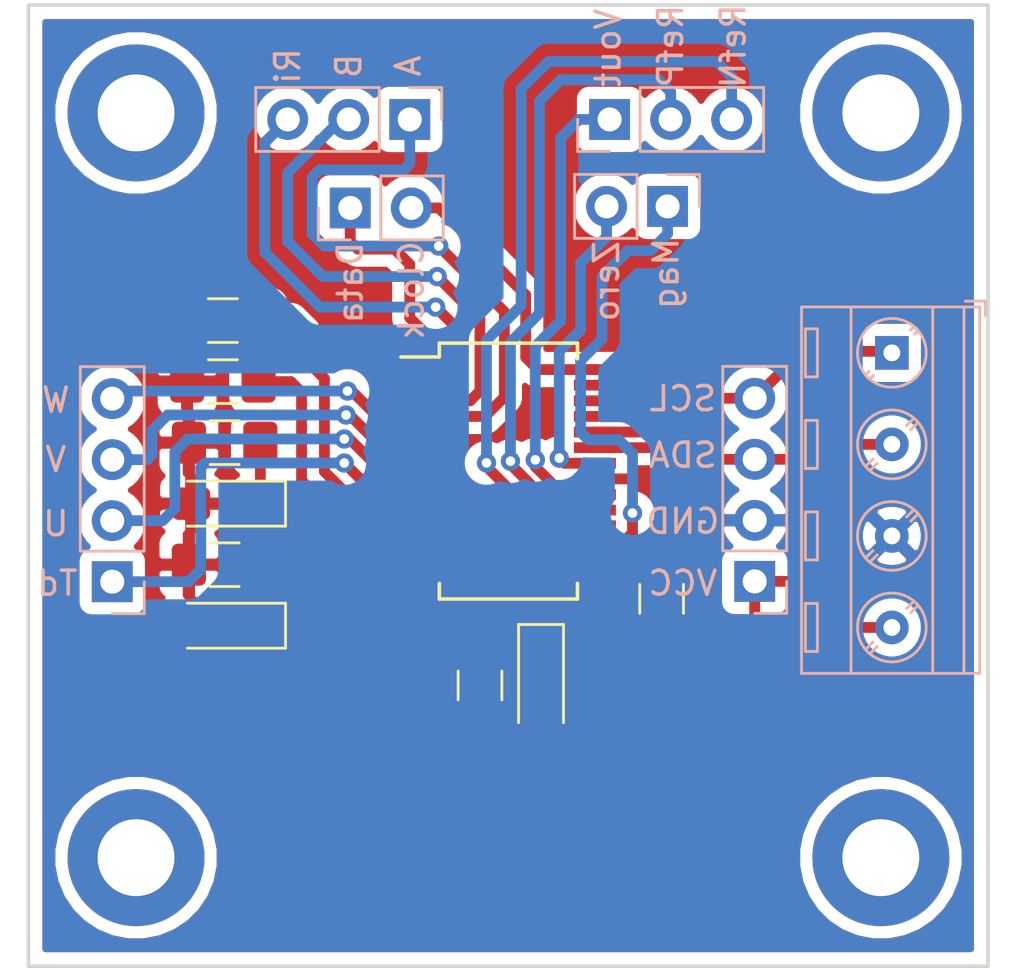
<source format=kicad_pcb>
(kicad_pcb (version 20171130) (host pcbnew "(5.1.6)-1")

  (general
    (thickness 1.6)
    (drawings 22)
    (tracks 182)
    (zones 0)
    (modules 21)
    (nets 24)
  )

  (page A4)
  (layers
    (0 F.Cu signal)
    (31 B.Cu signal)
    (32 B.Adhes user)
    (33 F.Adhes user)
    (34 B.Paste user)
    (35 F.Paste user)
    (36 B.SilkS user)
    (37 F.SilkS user)
    (38 B.Mask user)
    (39 F.Mask user)
    (40 Dwgs.User user)
    (41 Cmts.User user)
    (42 Eco1.User user)
    (43 Eco2.User user)
    (44 Edge.Cuts user)
    (45 Margin user)
    (46 B.CrtYd user)
    (47 F.CrtYd user)
    (48 B.Fab user)
    (49 F.Fab user hide)
  )

  (setup
    (last_trace_width 0.25)
    (trace_clearance 0.2)
    (zone_clearance 0.508)
    (zone_45_only no)
    (trace_min 0.2)
    (via_size 0.8)
    (via_drill 0.4)
    (via_min_size 0.4)
    (via_min_drill 0.3)
    (uvia_size 0.3)
    (uvia_drill 0.1)
    (uvias_allowed no)
    (uvia_min_size 0.2)
    (uvia_min_drill 0.1)
    (edge_width 0.15)
    (segment_width 0.2)
    (pcb_text_width 0.3)
    (pcb_text_size 1.5 1.5)
    (mod_edge_width 0.15)
    (mod_text_size 1 1)
    (mod_text_width 0.15)
    (pad_size 1.524 1.524)
    (pad_drill 0.762)
    (pad_to_mask_clearance 0.051)
    (solder_mask_min_width 0.25)
    (aux_axis_origin 0 0)
    (visible_elements 7FFFFFFF)
    (pcbplotparams
      (layerselection 0x010f0_ffffffff)
      (usegerberextensions false)
      (usegerberattributes false)
      (usegerberadvancedattributes false)
      (creategerberjobfile false)
      (excludeedgelayer true)
      (linewidth 0.100000)
      (plotframeref false)
      (viasonmask false)
      (mode 1)
      (useauxorigin false)
      (hpglpennumber 1)
      (hpglpenspeed 20)
      (hpglpendiameter 15.000000)
      (psnegative false)
      (psa4output false)
      (plotreference true)
      (plotvalue true)
      (plotinvisibletext false)
      (padsonsilk false)
      (subtractmaskfromsilk false)
      (outputformat 1)
      (mirror false)
      (drillshape 0)
      (scaleselection 1)
      (outputdirectory ""))
  )

  (net 0 "")
  (net 1 GND)
  (net 2 "Net-(C1-Pad1)")
  (net 3 "Net-(C2-Pad1)")
  (net 4 "Net-(C4-Pad1)")
  (net 5 "Net-(C5-Pad1)")
  (net 6 +3V3)
  (net 7 "Net-(C8-Pad1)")
  (net 8 SDA)
  (net 9 SCL)
  (net 10 "Net-(J3-Pad3)")
  (net 11 "Net-(J3-Pad2)")
  (net 12 "Net-(J3-Pad1)")
  (net 13 "Net-(J4-Pad4)")
  (net 14 "Net-(J4-Pad3)")
  (net 15 "Net-(J4-Pad2)")
  (net 16 "Net-(J4-Pad1)")
  (net 17 "Net-(J5-Pad2)")
  (net 18 "Net-(J5-Pad1)")
  (net 19 "Net-(J6-Pad3)")
  (net 20 "Net-(J6-Pad2)")
  (net 21 "Net-(J6-Pad1)")
  (net 22 "Net-(J7-Pad2)")
  (net 23 "Net-(J7-Pad1)")

  (net_class Default "This is the default net class."
    (clearance 0.2)
    (trace_width 0.25)
    (via_dia 0.8)
    (via_drill 0.4)
    (uvia_dia 0.3)
    (uvia_drill 0.1)
    (add_net +3V3)
    (add_net GND)
    (add_net "Net-(C1-Pad1)")
    (add_net "Net-(C2-Pad1)")
    (add_net "Net-(C4-Pad1)")
    (add_net "Net-(C5-Pad1)")
    (add_net "Net-(C8-Pad1)")
    (add_net "Net-(J3-Pad1)")
    (add_net "Net-(J3-Pad2)")
    (add_net "Net-(J3-Pad3)")
    (add_net "Net-(J4-Pad1)")
    (add_net "Net-(J4-Pad2)")
    (add_net "Net-(J4-Pad3)")
    (add_net "Net-(J4-Pad4)")
    (add_net "Net-(J5-Pad1)")
    (add_net "Net-(J5-Pad2)")
    (add_net "Net-(J6-Pad1)")
    (add_net "Net-(J6-Pad2)")
    (add_net "Net-(J6-Pad3)")
    (add_net "Net-(J7-Pad1)")
    (add_net "Net-(J7-Pad2)")
    (add_net SCL)
    (add_net SDA)
  )

  (module TerminalBlock_MetzConnect:TerminalBlock_MetzConnect_Type086_RT03404HBLC_1x04_P3.81mm_Horizontal (layer B.Cu) (tedit 5FF2975D) (tstamp 5FF2A314)
    (at 179.959 98.4885 270)
    (descr "terminal block Metz Connect Type086_RT03404HBLC, 4 pins, pitch 3.81mm, size 15.1x7.3mm^2, drill diamater 0.7mm, pad diameter 1.4mm, see http://www.metz-connect.com/de/system/files/productfiles/Datenblatt_310861_RT034xxHBLC_OFF-026114K.pdf, script-generated using https://github.com/pointhi/kicad-footprint-generator/scripts/TerminalBlock_MetzConnect")
    (tags "THT terminal block Metz Connect Type086_RT03404HBLC pitch 3.81mm size 15.1x7.3mm^2 drill 0.7mm pad 1.4mm")
    (path /5D82C065)
    (fp_text reference J2 (at 5.715 4.76 90) (layer B.SilkS) hide
      (effects (font (size 1 1) (thickness 0.15)) (justify mirror))
    )
    (fp_text value Conn_01x04 (at 5.715 -4.66 90) (layer B.Fab)
      (effects (font (size 1 1) (thickness 0.15)) (justify mirror))
    )
    (fp_line (start 13.78 4.2) (end -2.35 4.2) (layer B.CrtYd) (width 0.05))
    (fp_line (start 13.78 -4.11) (end 13.78 4.2) (layer B.CrtYd) (width 0.05))
    (fp_line (start -2.35 -4.11) (end 13.78 -4.11) (layer B.CrtYd) (width 0.05))
    (fp_line (start -2.35 4.2) (end -2.35 -4.11) (layer B.CrtYd) (width 0.05))
    (fp_line (start -2.15 -3.9) (end -1.55 -3.9) (layer B.SilkS) (width 0.12))
    (fp_line (start -2.15 -3.06) (end -2.15 -3.9) (layer B.SilkS) (width 0.12))
    (fp_line (start 12.43 3.6) (end 12.43 3.1) (layer B.SilkS) (width 0.12))
    (fp_line (start 10.43 3.6) (end 10.43 3.1) (layer B.SilkS) (width 0.12))
    (fp_line (start 10.43 3.1) (end 12.43 3.1) (layer B.SilkS) (width 0.12))
    (fp_line (start 10.43 3.6) (end 12.43 3.6) (layer B.SilkS) (width 0.12))
    (fp_line (start 12.43 3.6) (end 10.43 3.6) (layer B.Fab) (width 0.1))
    (fp_line (start 12.43 3.1) (end 12.43 3.6) (layer B.Fab) (width 0.1))
    (fp_line (start 10.43 3.1) (end 12.43 3.1) (layer B.Fab) (width 0.1))
    (fp_line (start 10.43 3.6) (end 10.43 3.1) (layer B.Fab) (width 0.1))
    (fp_line (start 10.645 -0.611) (end 10.346 -0.91) (layer B.SilkS) (width 0.12))
    (fp_line (start 12.341 1.085) (end 12.041 0.786) (layer B.SilkS) (width 0.12))
    (fp_line (start 10.82 -0.786) (end 10.52 -1.085) (layer B.SilkS) (width 0.12))
    (fp_line (start 12.515 0.91) (end 12.216 0.611) (layer B.SilkS) (width 0.12))
    (fp_line (start 12.226 0.948) (end 10.482 -0.796) (layer B.Fab) (width 0.1))
    (fp_line (start 12.379 0.796) (end 10.635 -0.948) (layer B.Fab) (width 0.1))
    (fp_line (start 8.62 3.6) (end 8.62 3.1) (layer B.SilkS) (width 0.12))
    (fp_line (start 6.62 3.6) (end 6.62 3.1) (layer B.SilkS) (width 0.12))
    (fp_line (start 6.62 3.1) (end 8.62 3.1) (layer B.SilkS) (width 0.12))
    (fp_line (start 6.62 3.6) (end 8.62 3.6) (layer B.SilkS) (width 0.12))
    (fp_line (start 8.62 3.6) (end 6.62 3.6) (layer B.Fab) (width 0.1))
    (fp_line (start 8.62 3.1) (end 8.62 3.6) (layer B.Fab) (width 0.1))
    (fp_line (start 6.62 3.1) (end 8.62 3.1) (layer B.Fab) (width 0.1))
    (fp_line (start 6.62 3.6) (end 6.62 3.1) (layer B.Fab) (width 0.1))
    (fp_line (start 6.835 -0.611) (end 6.536 -0.91) (layer B.SilkS) (width 0.12))
    (fp_line (start 8.531 1.085) (end 8.231 0.786) (layer B.SilkS) (width 0.12))
    (fp_line (start 7.01 -0.786) (end 6.71 -1.085) (layer B.SilkS) (width 0.12))
    (fp_line (start 8.705 0.91) (end 8.406 0.611) (layer B.SilkS) (width 0.12))
    (fp_line (start 8.416 0.948) (end 6.672 -0.796) (layer B.Fab) (width 0.1))
    (fp_line (start 8.569 0.796) (end 6.825 -0.948) (layer B.Fab) (width 0.1))
    (fp_line (start 4.81 3.6) (end 4.81 3.1) (layer B.SilkS) (width 0.12))
    (fp_line (start 2.81 3.6) (end 2.81 3.1) (layer B.SilkS) (width 0.12))
    (fp_line (start 2.81 3.1) (end 4.81 3.1) (layer B.SilkS) (width 0.12))
    (fp_line (start 2.81 3.6) (end 4.81 3.6) (layer B.SilkS) (width 0.12))
    (fp_line (start 4.81 3.6) (end 2.81 3.6) (layer B.Fab) (width 0.1))
    (fp_line (start 4.81 3.1) (end 4.81 3.6) (layer B.Fab) (width 0.1))
    (fp_line (start 2.81 3.1) (end 4.81 3.1) (layer B.Fab) (width 0.1))
    (fp_line (start 2.81 3.6) (end 2.81 3.1) (layer B.Fab) (width 0.1))
    (fp_line (start 3.025 -0.611) (end 2.726 -0.91) (layer B.SilkS) (width 0.12))
    (fp_line (start 4.721 1.085) (end 4.421 0.786) (layer B.SilkS) (width 0.12))
    (fp_line (start 3.2 -0.786) (end 2.9 -1.085) (layer B.SilkS) (width 0.12))
    (fp_line (start 4.895 0.91) (end 4.596 0.611) (layer B.SilkS) (width 0.12))
    (fp_line (start 4.606 0.948) (end 2.862 -0.796) (layer B.Fab) (width 0.1))
    (fp_line (start 4.759 0.796) (end 3.015 -0.948) (layer B.Fab) (width 0.1))
    (fp_line (start 1 3.6) (end 1 3.1) (layer B.SilkS) (width 0.12))
    (fp_line (start -1 3.6) (end -1 3.1) (layer B.SilkS) (width 0.12))
    (fp_line (start -1 3.1) (end 1 3.1) (layer B.SilkS) (width 0.12))
    (fp_line (start -1 3.6) (end 1 3.6) (layer B.SilkS) (width 0.12))
    (fp_line (start 1 3.6) (end -1 3.6) (layer B.Fab) (width 0.1))
    (fp_line (start 1 3.1) (end 1 3.6) (layer B.Fab) (width 0.1))
    (fp_line (start -1 3.1) (end 1 3.1) (layer B.Fab) (width 0.1))
    (fp_line (start -1 3.6) (end -1 3.1) (layer B.Fab) (width 0.1))
    (fp_line (start -0.946 -0.771) (end -1.085 -0.91) (layer B.SilkS) (width 0.12))
    (fp_line (start 0.911 1.085) (end 0.771 0.945) (layer B.SilkS) (width 0.12))
    (fp_line (start -0.771 -0.945) (end -0.911 -1.085) (layer B.SilkS) (width 0.12))
    (fp_line (start 1.085 0.91) (end 0.945 0.771) (layer B.SilkS) (width 0.12))
    (fp_line (start 0.796 0.948) (end -0.949 -0.796) (layer B.Fab) (width 0.1))
    (fp_line (start 0.949 0.796) (end -0.796 -0.948) (layer B.Fab) (width 0.1))
    (fp_line (start 13.34 3.76) (end 13.34 -3.66) (layer B.SilkS) (width 0.12))
    (fp_line (start -1.91 3.76) (end -1.91 -3.66) (layer B.SilkS) (width 0.12))
    (fp_line (start -1.91 -3.66) (end 13.34 -3.66) (layer B.SilkS) (width 0.12))
    (fp_line (start -1.91 3.76) (end 13.34 3.76) (layer B.SilkS) (width 0.12))
    (fp_line (start -1.91 1.7) (end 13.34 1.7) (layer B.SilkS) (width 0.12))
    (fp_line (start -1.85 1.7) (end 13.28 1.7) (layer B.Fab) (width 0.1))
    (fp_line (start -1.91 -1.701) (end 13.34 -1.701) (layer B.SilkS) (width 0.12))
    (fp_line (start -1.85 -1.7) (end 13.28 -1.7) (layer B.Fab) (width 0.1))
    (fp_line (start -1.91 -3) (end 13.34 -3) (layer B.SilkS) (width 0.12))
    (fp_line (start -1.85 -3) (end 13.28 -3) (layer B.Fab) (width 0.1))
    (fp_line (start -1.85 -3) (end -1.85 3.7) (layer B.Fab) (width 0.1))
    (fp_line (start -1.25 -3.6) (end -1.85 -3) (layer B.Fab) (width 0.1))
    (fp_line (start 13.28 -3.6) (end -1.25 -3.6) (layer B.Fab) (width 0.1))
    (fp_line (start 13.28 3.7) (end 13.28 -3.6) (layer B.Fab) (width 0.1))
    (fp_line (start -1.85 3.7) (end 13.28 3.7) (layer B.Fab) (width 0.1))
    (fp_circle (center 11.43 0) (end 12.86 0) (layer B.SilkS) (width 0.12))
    (fp_circle (center 11.43 0) (end 12.68 0) (layer B.Fab) (width 0.1))
    (fp_circle (center 7.62 0) (end 9.05 0) (layer B.SilkS) (width 0.12))
    (fp_circle (center 7.62 0) (end 8.87 0) (layer B.Fab) (width 0.1))
    (fp_circle (center 3.81 0) (end 5.24 0) (layer B.SilkS) (width 0.12))
    (fp_circle (center 3.81 0) (end 5.06 0) (layer B.Fab) (width 0.1))
    (fp_circle (center 0 0) (end 1.43 0) (layer B.SilkS) (width 0.12))
    (fp_circle (center 0 0) (end 1.25 0) (layer B.Fab) (width 0.1))
    (fp_text user %R (at 5.715 -2.4 90) (layer B.Fab) hide
      (effects (font (size 1 1) (thickness 0.15)) (justify mirror))
    )
    (pad 4 thru_hole circle (at 11.43 0 270) (size 1.4 1.4) (drill 0.7) (layers *.Cu *.Mask)
      (net 6 +3V3))
    (pad 3 thru_hole circle (at 7.62 0 270) (size 1.4 1.4) (drill 0.7) (layers *.Cu *.Mask)
      (net 1 GND))
    (pad 2 thru_hole circle (at 3.81 0 270) (size 1.4 1.4) (drill 0.7) (layers *.Cu *.Mask)
      (net 8 SDA))
    (pad 1 thru_hole rect (at 0 0 270) (size 1.4 1.4) (drill 0.7) (layers *.Cu *.Mask)
      (net 9 SCL))
    (model ${KISYS3DMOD}/TerminalBlock_MetzConnect.3dshapes/TerminalBlock_MetzConnect_Type086_RT03404HBLC_1x04_P3.81mm_Horizontal.wrl
      (at (xyz 0 0 0))
      (scale (xyz 1 1 1))
      (rotate (xyz 0 0 0))
    )
    (model "${KISYS3DMOD}/Terminals_blue.3dshapes/Screw Terminal Block 3.5mm 4-way.step"
      (offset (xyz 5.7 0 0))
      (scale (xyz 1.09 1.09 1.09))
      (rotate (xyz -90 0 0))
    )
  )

  (module Connector_PinSocket_2.54mm:PinSocket_1x02_P2.54mm_Vertical (layer B.Cu) (tedit 5A19A420) (tstamp 5FE71799)
    (at 170.6245 92.3925 90)
    (descr "Through hole straight socket strip, 1x02, 2.54mm pitch, single row (from Kicad 4.0.7), script generated")
    (tags "Through hole socket strip THT 1x02 2.54mm single row")
    (path /5FE76B9E)
    (fp_text reference J7 (at 0 2.77 -90) (layer B.SilkS) hide
      (effects (font (size 1 1) (thickness 0.15)) (justify mirror))
    )
    (fp_text value Conn_01x02 (at 0 -5.31 -90) (layer B.Fab)
      (effects (font (size 1 1) (thickness 0.15)) (justify mirror))
    )
    (fp_line (start -1.27 1.27) (end 0.635 1.27) (layer B.Fab) (width 0.1))
    (fp_line (start 0.635 1.27) (end 1.27 0.635) (layer B.Fab) (width 0.1))
    (fp_line (start 1.27 0.635) (end 1.27 -3.81) (layer B.Fab) (width 0.1))
    (fp_line (start 1.27 -3.81) (end -1.27 -3.81) (layer B.Fab) (width 0.1))
    (fp_line (start -1.27 -3.81) (end -1.27 1.27) (layer B.Fab) (width 0.1))
    (fp_line (start -1.33 -1.27) (end 1.33 -1.27) (layer B.SilkS) (width 0.12))
    (fp_line (start -1.33 -1.27) (end -1.33 -3.87) (layer B.SilkS) (width 0.12))
    (fp_line (start -1.33 -3.87) (end 1.33 -3.87) (layer B.SilkS) (width 0.12))
    (fp_line (start 1.33 -1.27) (end 1.33 -3.87) (layer B.SilkS) (width 0.12))
    (fp_line (start 1.33 1.33) (end 1.33 0) (layer B.SilkS) (width 0.12))
    (fp_line (start 0 1.33) (end 1.33 1.33) (layer B.SilkS) (width 0.12))
    (fp_line (start -1.8 1.8) (end 1.75 1.8) (layer B.CrtYd) (width 0.05))
    (fp_line (start 1.75 1.8) (end 1.75 -4.3) (layer B.CrtYd) (width 0.05))
    (fp_line (start 1.75 -4.3) (end -1.8 -4.3) (layer B.CrtYd) (width 0.05))
    (fp_line (start -1.8 -4.3) (end -1.8 1.8) (layer B.CrtYd) (width 0.05))
    (fp_text user %R (at 0 -1.27) (layer B.Fab)
      (effects (font (size 1 1) (thickness 0.15)) (justify mirror))
    )
    (pad 2 thru_hole oval (at 0 -2.54 90) (size 1.7 1.7) (drill 1) (layers *.Cu *.Mask)
      (net 22 "Net-(J7-Pad2)"))
    (pad 1 thru_hole rect (at 0 0 90) (size 1.7 1.7) (drill 1) (layers *.Cu *.Mask)
      (net 23 "Net-(J7-Pad1)"))
    (model ${KISYS3DMOD}/Connector_PinSocket_2.54mm.3dshapes/PinSocket_1x02_P2.54mm_Vertical.wrl
      (at (xyz 0 0 0))
      (scale (xyz 1 1 1))
      (rotate (xyz 0 0 0))
    )
  )

  (module Connector_PinSocket_2.54mm:PinSocket_1x03_P2.54mm_Vertical (layer B.Cu) (tedit 5A19A429) (tstamp 5FE71783)
    (at 168.2115 88.773 270)
    (descr "Through hole straight socket strip, 1x03, 2.54mm pitch, single row (from Kicad 4.0.7), script generated")
    (tags "Through hole socket strip THT 1x03 2.54mm single row")
    (path /5FE74BC2)
    (fp_text reference J6 (at 0 2.77 270) (layer B.SilkS) hide
      (effects (font (size 1 1) (thickness 0.15)) (justify mirror))
    )
    (fp_text value Conn_01x03 (at 0 -7.85 270) (layer B.Fab)
      (effects (font (size 1 1) (thickness 0.15)) (justify mirror))
    )
    (fp_line (start -1.27 1.27) (end 0.635 1.27) (layer B.Fab) (width 0.1))
    (fp_line (start 0.635 1.27) (end 1.27 0.635) (layer B.Fab) (width 0.1))
    (fp_line (start 1.27 0.635) (end 1.27 -6.35) (layer B.Fab) (width 0.1))
    (fp_line (start 1.27 -6.35) (end -1.27 -6.35) (layer B.Fab) (width 0.1))
    (fp_line (start -1.27 -6.35) (end -1.27 1.27) (layer B.Fab) (width 0.1))
    (fp_line (start -1.33 -1.27) (end 1.33 -1.27) (layer B.SilkS) (width 0.12))
    (fp_line (start -1.33 -1.27) (end -1.33 -6.41) (layer B.SilkS) (width 0.12))
    (fp_line (start -1.33 -6.41) (end 1.33 -6.41) (layer B.SilkS) (width 0.12))
    (fp_line (start 1.33 -1.27) (end 1.33 -6.41) (layer B.SilkS) (width 0.12))
    (fp_line (start 1.33 1.33) (end 1.33 0) (layer B.SilkS) (width 0.12))
    (fp_line (start 0 1.33) (end 1.33 1.33) (layer B.SilkS) (width 0.12))
    (fp_line (start -1.8 1.8) (end 1.75 1.8) (layer B.CrtYd) (width 0.05))
    (fp_line (start 1.75 1.8) (end 1.75 -6.85) (layer B.CrtYd) (width 0.05))
    (fp_line (start 1.75 -6.85) (end -1.8 -6.85) (layer B.CrtYd) (width 0.05))
    (fp_line (start -1.8 -6.85) (end -1.8 1.8) (layer B.CrtYd) (width 0.05))
    (fp_text user %R (at 0 -2.54) (layer B.Fab)
      (effects (font (size 1 1) (thickness 0.15)) (justify mirror))
    )
    (pad 3 thru_hole oval (at 0 -5.08 270) (size 1.7 1.7) (drill 1) (layers *.Cu *.Mask)
      (net 19 "Net-(J6-Pad3)"))
    (pad 2 thru_hole oval (at 0 -2.54 270) (size 1.7 1.7) (drill 1) (layers *.Cu *.Mask)
      (net 20 "Net-(J6-Pad2)"))
    (pad 1 thru_hole rect (at 0 0 270) (size 1.7 1.7) (drill 1) (layers *.Cu *.Mask)
      (net 21 "Net-(J6-Pad1)"))
    (model ${KISYS3DMOD}/Connector_PinSocket_2.54mm.3dshapes/PinSocket_1x03_P2.54mm_Vertical.wrl
      (at (xyz 0 0 0))
      (scale (xyz 1 1 1))
      (rotate (xyz 0 0 0))
    )
  )

  (module Connector_PinSocket_2.54mm:PinSocket_1x02_P2.54mm_Vertical (layer B.Cu) (tedit 5A19A420) (tstamp 5FE7176C)
    (at 157.4165 92.456 270)
    (descr "Through hole straight socket strip, 1x02, 2.54mm pitch, single row (from Kicad 4.0.7), script generated")
    (tags "Through hole socket strip THT 1x02 2.54mm single row")
    (path /5FE7540B)
    (fp_text reference J5 (at 0 2.77 270) (layer B.SilkS) hide
      (effects (font (size 1 1) (thickness 0.15)) (justify mirror))
    )
    (fp_text value Conn_01x02 (at 0 -5.31 270) (layer B.Fab)
      (effects (font (size 1 1) (thickness 0.15)) (justify mirror))
    )
    (fp_line (start -1.27 1.27) (end 0.635 1.27) (layer B.Fab) (width 0.1))
    (fp_line (start 0.635 1.27) (end 1.27 0.635) (layer B.Fab) (width 0.1))
    (fp_line (start 1.27 0.635) (end 1.27 -3.81) (layer B.Fab) (width 0.1))
    (fp_line (start 1.27 -3.81) (end -1.27 -3.81) (layer B.Fab) (width 0.1))
    (fp_line (start -1.27 -3.81) (end -1.27 1.27) (layer B.Fab) (width 0.1))
    (fp_line (start -1.33 -1.27) (end 1.33 -1.27) (layer B.SilkS) (width 0.12))
    (fp_line (start -1.33 -1.27) (end -1.33 -3.87) (layer B.SilkS) (width 0.12))
    (fp_line (start -1.33 -3.87) (end 1.33 -3.87) (layer B.SilkS) (width 0.12))
    (fp_line (start 1.33 -1.27) (end 1.33 -3.87) (layer B.SilkS) (width 0.12))
    (fp_line (start 1.33 1.33) (end 1.33 0) (layer B.SilkS) (width 0.12))
    (fp_line (start 0 1.33) (end 1.33 1.33) (layer B.SilkS) (width 0.12))
    (fp_line (start -1.8 1.8) (end 1.75 1.8) (layer B.CrtYd) (width 0.05))
    (fp_line (start 1.75 1.8) (end 1.75 -4.3) (layer B.CrtYd) (width 0.05))
    (fp_line (start 1.75 -4.3) (end -1.8 -4.3) (layer B.CrtYd) (width 0.05))
    (fp_line (start -1.8 -4.3) (end -1.8 1.8) (layer B.CrtYd) (width 0.05))
    (fp_text user %R (at 0 -1.27) (layer B.Fab)
      (effects (font (size 1 1) (thickness 0.15)) (justify mirror))
    )
    (pad 2 thru_hole oval (at 0 -2.54 270) (size 1.7 1.7) (drill 1) (layers *.Cu *.Mask)
      (net 17 "Net-(J5-Pad2)"))
    (pad 1 thru_hole rect (at 0 0 270) (size 1.7 1.7) (drill 1) (layers *.Cu *.Mask)
      (net 18 "Net-(J5-Pad1)"))
    (model ${KISYS3DMOD}/Connector_PinSocket_2.54mm.3dshapes/PinSocket_1x02_P2.54mm_Vertical.wrl
      (at (xyz 0 0 0))
      (scale (xyz 1 1 1))
      (rotate (xyz 0 0 0))
    )
  )

  (module Connector_PinSocket_2.54mm:PinSocket_1x04_P2.54mm_Vertical (layer B.Cu) (tedit 5A19A429) (tstamp 5FE71756)
    (at 147.5105 108.0135)
    (descr "Through hole straight socket strip, 1x04, 2.54mm pitch, single row (from Kicad 4.0.7), script generated")
    (tags "Through hole socket strip THT 1x04 2.54mm single row")
    (path /5FE6E9FA)
    (fp_text reference J4 (at 0 2.77) (layer B.SilkS) hide
      (effects (font (size 1 1) (thickness 0.15)) (justify mirror))
    )
    (fp_text value Conn_01x04 (at 0 -10.39) (layer B.Fab)
      (effects (font (size 1 1) (thickness 0.15)) (justify mirror))
    )
    (fp_line (start -1.27 1.27) (end 0.635 1.27) (layer B.Fab) (width 0.1))
    (fp_line (start 0.635 1.27) (end 1.27 0.635) (layer B.Fab) (width 0.1))
    (fp_line (start 1.27 0.635) (end 1.27 -8.89) (layer B.Fab) (width 0.1))
    (fp_line (start 1.27 -8.89) (end -1.27 -8.89) (layer B.Fab) (width 0.1))
    (fp_line (start -1.27 -8.89) (end -1.27 1.27) (layer B.Fab) (width 0.1))
    (fp_line (start -1.33 -1.27) (end 1.33 -1.27) (layer B.SilkS) (width 0.12))
    (fp_line (start -1.33 -1.27) (end -1.33 -8.95) (layer B.SilkS) (width 0.12))
    (fp_line (start -1.33 -8.95) (end 1.33 -8.95) (layer B.SilkS) (width 0.12))
    (fp_line (start 1.33 -1.27) (end 1.33 -8.95) (layer B.SilkS) (width 0.12))
    (fp_line (start 1.33 1.33) (end 1.33 0) (layer B.SilkS) (width 0.12))
    (fp_line (start 0 1.33) (end 1.33 1.33) (layer B.SilkS) (width 0.12))
    (fp_line (start -1.8 1.8) (end 1.75 1.8) (layer B.CrtYd) (width 0.05))
    (fp_line (start 1.75 1.8) (end 1.75 -9.4) (layer B.CrtYd) (width 0.05))
    (fp_line (start 1.75 -9.4) (end -1.8 -9.4) (layer B.CrtYd) (width 0.05))
    (fp_line (start -1.8 -9.4) (end -1.8 1.8) (layer B.CrtYd) (width 0.05))
    (fp_text user %R (at 0 -3.81 270) (layer B.Fab)
      (effects (font (size 1 1) (thickness 0.15)) (justify mirror))
    )
    (pad 4 thru_hole oval (at 0 -7.62) (size 1.7 1.7) (drill 1) (layers *.Cu *.Mask)
      (net 13 "Net-(J4-Pad4)"))
    (pad 3 thru_hole oval (at 0 -5.08) (size 1.7 1.7) (drill 1) (layers *.Cu *.Mask)
      (net 14 "Net-(J4-Pad3)"))
    (pad 2 thru_hole oval (at 0 -2.54) (size 1.7 1.7) (drill 1) (layers *.Cu *.Mask)
      (net 15 "Net-(J4-Pad2)"))
    (pad 1 thru_hole rect (at 0 0) (size 1.7 1.7) (drill 1) (layers *.Cu *.Mask)
      (net 16 "Net-(J4-Pad1)"))
    (model ${KISYS3DMOD}/Connector_PinSocket_2.54mm.3dshapes/PinSocket_1x04_P2.54mm_Vertical.wrl
      (at (xyz 0 0 0))
      (scale (xyz 1 1 1))
      (rotate (xyz 0 0 0))
    )
  )

  (module Connector_PinSocket_2.54mm:PinSocket_1x03_P2.54mm_Vertical (layer B.Cu) (tedit 5A19A429) (tstamp 5FE72398)
    (at 159.893 88.773 90)
    (descr "Through hole straight socket strip, 1x03, 2.54mm pitch, single row (from Kicad 4.0.7), script generated")
    (tags "Through hole socket strip THT 1x03 2.54mm single row")
    (path /5FE77758)
    (fp_text reference J3 (at 0 2.77 270) (layer B.SilkS) hide
      (effects (font (size 1 1) (thickness 0.15)) (justify mirror))
    )
    (fp_text value Conn_01x03 (at 0 -7.85 270) (layer B.Fab)
      (effects (font (size 1 1) (thickness 0.15)) (justify mirror))
    )
    (fp_line (start -1.27 1.27) (end 0.635 1.27) (layer B.Fab) (width 0.1))
    (fp_line (start 0.635 1.27) (end 1.27 0.635) (layer B.Fab) (width 0.1))
    (fp_line (start 1.27 0.635) (end 1.27 -6.35) (layer B.Fab) (width 0.1))
    (fp_line (start 1.27 -6.35) (end -1.27 -6.35) (layer B.Fab) (width 0.1))
    (fp_line (start -1.27 -6.35) (end -1.27 1.27) (layer B.Fab) (width 0.1))
    (fp_line (start -1.33 -1.27) (end 1.33 -1.27) (layer B.SilkS) (width 0.12))
    (fp_line (start -1.33 -1.27) (end -1.33 -6.41) (layer B.SilkS) (width 0.12))
    (fp_line (start -1.33 -6.41) (end 1.33 -6.41) (layer B.SilkS) (width 0.12))
    (fp_line (start 1.33 -1.27) (end 1.33 -6.41) (layer B.SilkS) (width 0.12))
    (fp_line (start 1.33 1.33) (end 1.33 0) (layer B.SilkS) (width 0.12))
    (fp_line (start 0 1.33) (end 1.33 1.33) (layer B.SilkS) (width 0.12))
    (fp_line (start -1.8 1.8) (end 1.75 1.8) (layer B.CrtYd) (width 0.05))
    (fp_line (start 1.75 1.8) (end 1.75 -6.85) (layer B.CrtYd) (width 0.05))
    (fp_line (start 1.75 -6.85) (end -1.8 -6.85) (layer B.CrtYd) (width 0.05))
    (fp_line (start -1.8 -6.85) (end -1.8 1.8) (layer B.CrtYd) (width 0.05))
    (fp_text user %R (at 0 -2.54) (layer B.Fab)
      (effects (font (size 1 1) (thickness 0.15)) (justify mirror))
    )
    (pad 3 thru_hole oval (at 0 -5.08 90) (size 1.7 1.7) (drill 1) (layers *.Cu *.Mask)
      (net 10 "Net-(J3-Pad3)"))
    (pad 2 thru_hole oval (at 0 -2.54 90) (size 1.7 1.7) (drill 1) (layers *.Cu *.Mask)
      (net 11 "Net-(J3-Pad2)"))
    (pad 1 thru_hole rect (at 0 0 90) (size 1.7 1.7) (drill 1) (layers *.Cu *.Mask)
      (net 12 "Net-(J3-Pad1)"))
    (model ${KISYS3DMOD}/Connector_PinSocket_2.54mm.3dshapes/PinSocket_1x03_P2.54mm_Vertical.wrl
      (at (xyz 0 0 0))
      (scale (xyz 1 1 1))
      (rotate (xyz 0 0 0))
    )
  )

  (module Capacitor_SMD:C_1206_3216Metric_Pad1.42x1.75mm_HandSolder (layer F.Cu) (tedit 5B301BBE) (tstamp 5D6BA76F)
    (at 152.1875 102.225 180)
    (descr "Capacitor SMD 1206 (3216 Metric), square (rectangular) end terminal, IPC_7351 nominal with elongated pad for handsoldering. (Body size source: http://www.tortai-tech.com/upload/download/2011102023233369053.pdf), generated with kicad-footprint-generator")
    (tags "capacitor handsolder")
    (path /5D70E5BA)
    (attr smd)
    (fp_text reference C1 (at 3.529 0) (layer F.SilkS) hide
      (effects (font (size 1 1) (thickness 0.15)))
    )
    (fp_text value 100n (at 0 1.82) (layer F.Fab)
      (effects (font (size 1 1) (thickness 0.15)))
    )
    (fp_line (start 2.45 1.12) (end -2.45 1.12) (layer F.CrtYd) (width 0.05))
    (fp_line (start 2.45 -1.12) (end 2.45 1.12) (layer F.CrtYd) (width 0.05))
    (fp_line (start -2.45 -1.12) (end 2.45 -1.12) (layer F.CrtYd) (width 0.05))
    (fp_line (start -2.45 1.12) (end -2.45 -1.12) (layer F.CrtYd) (width 0.05))
    (fp_line (start -0.602064 0.91) (end 0.602064 0.91) (layer F.SilkS) (width 0.12))
    (fp_line (start -0.602064 -0.91) (end 0.602064 -0.91) (layer F.SilkS) (width 0.12))
    (fp_line (start 1.6 0.8) (end -1.6 0.8) (layer F.Fab) (width 0.1))
    (fp_line (start 1.6 -0.8) (end 1.6 0.8) (layer F.Fab) (width 0.1))
    (fp_line (start -1.6 -0.8) (end 1.6 -0.8) (layer F.Fab) (width 0.1))
    (fp_line (start -1.6 0.8) (end -1.6 -0.8) (layer F.Fab) (width 0.1))
    (fp_text user %R (at 0 0) (layer F.Fab)
      (effects (font (size 0.8 0.8) (thickness 0.12)))
    )
    (pad 2 smd roundrect (at 1.4875 0 180) (size 1.425 1.75) (layers F.Cu F.Paste F.Mask) (roundrect_rratio 0.175439)
      (net 1 GND))
    (pad 1 smd roundrect (at -1.4875 0 180) (size 1.425 1.75) (layers F.Cu F.Paste F.Mask) (roundrect_rratio 0.175439)
      (net 2 "Net-(C1-Pad1)"))
    (model ${KISYS3DMOD}/Capacitor_SMD.3dshapes/C_1206_3216Metric.wrl
      (at (xyz 0 0 0))
      (scale (xyz 1 1 1))
      (rotate (xyz 0 0 0))
    )
  )

  (module Connector_PinSocket_2.54mm:PinSocket_1x04_P2.54mm_Vertical (layer B.Cu) (tedit 5A19A429) (tstamp 5FBC0D47)
    (at 174.25 108)
    (descr "Through hole straight socket strip, 1x04, 2.54mm pitch, single row (from Kicad 4.0.7), script generated")
    (tags "Through hole socket strip THT 1x04 2.54mm single row")
    (path /5D73029D)
    (fp_text reference J1 (at 0 2.77) (layer B.SilkS) hide
      (effects (font (size 1 1) (thickness 0.15)) (justify mirror))
    )
    (fp_text value Conn_01x04 (at 0 -10.39) (layer B.Fab)
      (effects (font (size 1 1) (thickness 0.15)) (justify mirror))
    )
    (fp_line (start -1.8 -9.4) (end -1.8 1.8) (layer B.CrtYd) (width 0.05))
    (fp_line (start 1.75 -9.4) (end -1.8 -9.4) (layer B.CrtYd) (width 0.05))
    (fp_line (start 1.75 1.8) (end 1.75 -9.4) (layer B.CrtYd) (width 0.05))
    (fp_line (start -1.8 1.8) (end 1.75 1.8) (layer B.CrtYd) (width 0.05))
    (fp_line (start 0 1.33) (end 1.33 1.33) (layer B.SilkS) (width 0.12))
    (fp_line (start 1.33 1.33) (end 1.33 0) (layer B.SilkS) (width 0.12))
    (fp_line (start 1.33 -1.27) (end 1.33 -8.95) (layer B.SilkS) (width 0.12))
    (fp_line (start -1.33 -8.95) (end 1.33 -8.95) (layer B.SilkS) (width 0.12))
    (fp_line (start -1.33 -1.27) (end -1.33 -8.95) (layer B.SilkS) (width 0.12))
    (fp_line (start -1.33 -1.27) (end 1.33 -1.27) (layer B.SilkS) (width 0.12))
    (fp_line (start -1.27 -8.89) (end -1.27 1.27) (layer B.Fab) (width 0.1))
    (fp_line (start 1.27 -8.89) (end -1.27 -8.89) (layer B.Fab) (width 0.1))
    (fp_line (start 1.27 0.635) (end 1.27 -8.89) (layer B.Fab) (width 0.1))
    (fp_line (start 0.635 1.27) (end 1.27 0.635) (layer B.Fab) (width 0.1))
    (fp_line (start -1.27 1.27) (end 0.635 1.27) (layer B.Fab) (width 0.1))
    (fp_text user %R (at 0 -3.81 -90) (layer B.Fab)
      (effects (font (size 1 1) (thickness 0.15)) (justify mirror))
    )
    (pad 4 thru_hole oval (at 0 -7.62) (size 1.7 1.7) (drill 1) (layers *.Cu *.Mask)
      (net 9 SCL))
    (pad 3 thru_hole oval (at 0 -5.08) (size 1.7 1.7) (drill 1) (layers *.Cu *.Mask)
      (net 8 SDA))
    (pad 2 thru_hole oval (at 0 -2.54) (size 1.7 1.7) (drill 1) (layers *.Cu *.Mask)
      (net 1 GND))
    (pad 1 thru_hole rect (at 0 0) (size 1.7 1.7) (drill 1) (layers *.Cu *.Mask)
      (net 6 +3V3))
    (model ${KISYS3DMOD}/Connector_PinSocket_2.54mm.3dshapes/PinSocket_1x04_P2.54mm_Vertical.wrl
      (at (xyz 0 0 0))
      (scale (xyz 1 1 1))
      (rotate (xyz 0 0 0))
    )
  )

  (module MountingHole:MountingHole_3.2mm_M3_ISO7380_Pad (layer F.Cu) (tedit 56D1B4CB) (tstamp 5D82A51C)
    (at 148.5 119.5)
    (descr "Mounting Hole 3.2mm, M3, ISO7380")
    (tags "mounting hole 3.2mm m3 iso7380")
    (attr virtual)
    (fp_text reference " " (at 0 -3.85) (layer F.SilkS)
      (effects (font (size 1 1) (thickness 0.15)))
    )
    (fp_text value MountingHole_3.2mm_M3_ISO7380_Pad (at 0 3.85) (layer F.Fab)
      (effects (font (size 1 1) (thickness 0.15)))
    )
    (fp_circle (center 0 0) (end 3.1 0) (layer F.CrtYd) (width 0.05))
    (fp_circle (center 0 0) (end 2.85 0) (layer Cmts.User) (width 0.15))
    (fp_text user %R (at 0.3 0) (layer F.Fab)
      (effects (font (size 1 1) (thickness 0.15)))
    )
    (pad 1 thru_hole circle (at 0 0) (size 5.7 5.7) (drill 3.2) (layers *.Cu *.Mask))
  )

  (module MountingHole:MountingHole_3.2mm_M3_ISO7380_Pad (layer F.Cu) (tedit 56D1B4CB) (tstamp 5D82A4F8)
    (at 179.5 119.5)
    (descr "Mounting Hole 3.2mm, M3, ISO7380")
    (tags "mounting hole 3.2mm m3 iso7380")
    (attr virtual)
    (fp_text reference " " (at 0 0) (layer F.SilkS)
      (effects (font (size 1 1) (thickness 0.15)))
    )
    (fp_text value MountingHole_3.2mm_M3_ISO7380_Pad (at 0 3.85) (layer F.Fab)
      (effects (font (size 1 1) (thickness 0.15)))
    )
    (fp_circle (center 0 0) (end 3.1 0) (layer F.CrtYd) (width 0.05))
    (fp_circle (center 0 0) (end 2.85 0) (layer Cmts.User) (width 0.15))
    (fp_text user %R (at 0.3 0) (layer F.Fab)
      (effects (font (size 1 1) (thickness 0.15)))
    )
    (pad 1 thru_hole circle (at 0 0) (size 5.7 5.7) (drill 3.2) (layers *.Cu *.Mask))
  )

  (module MountingHole:MountingHole_3.2mm_M3_ISO7380_Pad (layer F.Cu) (tedit 56D1B4CB) (tstamp 5D82A4D4)
    (at 179.5 88.5)
    (descr "Mounting Hole 3.2mm, M3, ISO7380")
    (tags "mounting hole 3.2mm m3 iso7380")
    (attr virtual)
    (fp_text reference " " (at 0 -3.85) (layer F.SilkS)
      (effects (font (size 1 1) (thickness 0.15)))
    )
    (fp_text value MountingHole_3.2mm_M3_ISO7380_Pad (at 0 3.85) (layer F.Fab)
      (effects (font (size 1 1) (thickness 0.15)))
    )
    (fp_circle (center 0 0) (end 3.1 0) (layer F.CrtYd) (width 0.05))
    (fp_circle (center 0 0) (end 2.85 0) (layer Cmts.User) (width 0.15))
    (fp_text user %R (at 0.3 0) (layer F.Fab)
      (effects (font (size 1 1) (thickness 0.15)))
    )
    (pad 1 thru_hole circle (at 0 0) (size 5.7 5.7) (drill 3.2) (layers *.Cu *.Mask))
  )

  (module MountingHole:MountingHole_3.2mm_M3_ISO7380_Pad (layer F.Cu) (tedit 56D1B4CB) (tstamp 5D82A489)
    (at 148.5 88.5)
    (descr "Mounting Hole 3.2mm, M3, ISO7380")
    (tags "mounting hole 3.2mm m3 iso7380")
    (attr virtual)
    (fp_text reference " " (at 0 -3.85) (layer F.SilkS)
      (effects (font (size 1 1) (thickness 0.15)))
    )
    (fp_text value MountingHole_3.2mm_M3_ISO7380_Pad (at 0 3.85) (layer F.Fab)
      (effects (font (size 1 1) (thickness 0.15)))
    )
    (fp_circle (center 0 0) (end 3.1 0) (layer F.CrtYd) (width 0.05))
    (fp_circle (center 0 0) (end 2.85 0) (layer Cmts.User) (width 0.15))
    (fp_text user %R (at 0.3 0) (layer F.Fab)
      (effects (font (size 1 1) (thickness 0.15)))
    )
    (pad 1 thru_hole circle (at 0 0) (size 5.7 5.7) (drill 3.2) (layers *.Cu *.Mask))
  )

  (module Capacitor_SMD:C_1206_3216Metric_Pad1.42x1.75mm_HandSolder (layer F.Cu) (tedit 5B301BBE) (tstamp 5CA2EF75)
    (at 170.3755 108.729 270)
    (descr "Capacitor SMD 1206 (3216 Metric), square (rectangular) end terminal, IPC_7351 nominal with elongated pad for handsoldering. (Body size source: http://www.tortai-tech.com/upload/download/2011102023233369053.pdf), generated with kicad-footprint-generator")
    (tags "capacitor handsolder")
    (path /5C962562)
    (attr smd)
    (fp_text reference C5 (at 3.4655 -0.127) (layer F.SilkS) hide
      (effects (font (size 1 1) (thickness 0.15)))
    )
    (fp_text value 100n (at 0 1.82 270) (layer F.Fab)
      (effects (font (size 1 1) (thickness 0.15)))
    )
    (fp_line (start -1.6 0.8) (end -1.6 -0.8) (layer F.Fab) (width 0.1))
    (fp_line (start -1.6 -0.8) (end 1.6 -0.8) (layer F.Fab) (width 0.1))
    (fp_line (start 1.6 -0.8) (end 1.6 0.8) (layer F.Fab) (width 0.1))
    (fp_line (start 1.6 0.8) (end -1.6 0.8) (layer F.Fab) (width 0.1))
    (fp_line (start -0.602064 -0.91) (end 0.602064 -0.91) (layer F.SilkS) (width 0.12))
    (fp_line (start -0.602064 0.91) (end 0.602064 0.91) (layer F.SilkS) (width 0.12))
    (fp_line (start -2.45 1.12) (end -2.45 -1.12) (layer F.CrtYd) (width 0.05))
    (fp_line (start -2.45 -1.12) (end 2.45 -1.12) (layer F.CrtYd) (width 0.05))
    (fp_line (start 2.45 -1.12) (end 2.45 1.12) (layer F.CrtYd) (width 0.05))
    (fp_line (start 2.45 1.12) (end -2.45 1.12) (layer F.CrtYd) (width 0.05))
    (fp_text user %R (at 0 0 270) (layer F.Fab)
      (effects (font (size 0.8 0.8) (thickness 0.12)))
    )
    (pad 1 smd roundrect (at -1.4875 0 270) (size 1.425 1.75) (layers F.Cu F.Paste F.Mask) (roundrect_rratio 0.175439)
      (net 5 "Net-(C5-Pad1)"))
    (pad 2 smd roundrect (at 1.4875 0 270) (size 1.425 1.75) (layers F.Cu F.Paste F.Mask) (roundrect_rratio 0.175439)
      (net 1 GND))
    (model ${KISYS3DMOD}/Capacitor_SMD.3dshapes/C_1206_3216Metric.wrl
      (at (xyz 0 0 0))
      (scale (xyz 1 1 1))
      (rotate (xyz 0 0 0))
    )
  )

  (module Capacitor_SMD:C_1206_3216Metric_Pad1.42x1.75mm_HandSolder (layer F.Cu) (tedit 5B301BBE) (tstamp 5D6BB0D1)
    (at 152.1145 97.145 180)
    (descr "Capacitor SMD 1206 (3216 Metric), square (rectangular) end terminal, IPC_7351 nominal with elongated pad for handsoldering. (Body size source: http://www.tortai-tech.com/upload/download/2011102023233369053.pdf), generated with kicad-footprint-generator")
    (tags "capacitor handsolder")
    (path /5C962A21)
    (attr smd)
    (fp_text reference C2 (at 3.6465 0) (layer F.SilkS) hide
      (effects (font (size 1 1) (thickness 0.15)))
    )
    (fp_text value 10n (at 0 1.82) (layer F.Fab)
      (effects (font (size 1 1) (thickness 0.15)))
    )
    (fp_line (start 2.45 1.12) (end -2.45 1.12) (layer F.CrtYd) (width 0.05))
    (fp_line (start 2.45 -1.12) (end 2.45 1.12) (layer F.CrtYd) (width 0.05))
    (fp_line (start -2.45 -1.12) (end 2.45 -1.12) (layer F.CrtYd) (width 0.05))
    (fp_line (start -2.45 1.12) (end -2.45 -1.12) (layer F.CrtYd) (width 0.05))
    (fp_line (start -0.602064 0.91) (end 0.602064 0.91) (layer F.SilkS) (width 0.12))
    (fp_line (start -0.602064 -0.91) (end 0.602064 -0.91) (layer F.SilkS) (width 0.12))
    (fp_line (start 1.6 0.8) (end -1.6 0.8) (layer F.Fab) (width 0.1))
    (fp_line (start 1.6 -0.8) (end 1.6 0.8) (layer F.Fab) (width 0.1))
    (fp_line (start -1.6 -0.8) (end 1.6 -0.8) (layer F.Fab) (width 0.1))
    (fp_line (start -1.6 0.8) (end -1.6 -0.8) (layer F.Fab) (width 0.1))
    (fp_text user %R (at 0 0) (layer F.Fab)
      (effects (font (size 0.8 0.8) (thickness 0.12)))
    )
    (pad 2 smd roundrect (at 1.4875 0 180) (size 1.425 1.75) (layers F.Cu F.Paste F.Mask) (roundrect_rratio 0.175439)
      (net 1 GND))
    (pad 1 smd roundrect (at -1.4875 0 180) (size 1.425 1.75) (layers F.Cu F.Paste F.Mask) (roundrect_rratio 0.175439)
      (net 3 "Net-(C2-Pad1)"))
    (model ${KISYS3DMOD}/Capacitor_SMD.3dshapes/C_1206_3216Metric.wrl
      (at (xyz 0 0 0))
      (scale (xyz 1 1 1))
      (rotate (xyz 0 0 0))
    )
  )

  (module Capacitor_SMD:C_1206_3216Metric_Pad1.42x1.75mm_HandSolder (layer F.Cu) (tedit 5B301BBE) (tstamp 5D6BB101)
    (at 152.1145 99.685 180)
    (descr "Capacitor SMD 1206 (3216 Metric), square (rectangular) end terminal, IPC_7351 nominal with elongated pad for handsoldering. (Body size source: http://www.tortai-tech.com/upload/download/2011102023233369053.pdf), generated with kicad-footprint-generator")
    (tags "capacitor handsolder")
    (path /5C962651)
    (attr smd)
    (fp_text reference C4 (at 3.583 0) (layer F.SilkS) hide
      (effects (font (size 1 1) (thickness 0.15)))
    )
    (fp_text value 10n (at 0 1.82) (layer F.Fab)
      (effects (font (size 1 1) (thickness 0.15)))
    )
    (fp_line (start -1.6 0.8) (end -1.6 -0.8) (layer F.Fab) (width 0.1))
    (fp_line (start -1.6 -0.8) (end 1.6 -0.8) (layer F.Fab) (width 0.1))
    (fp_line (start 1.6 -0.8) (end 1.6 0.8) (layer F.Fab) (width 0.1))
    (fp_line (start 1.6 0.8) (end -1.6 0.8) (layer F.Fab) (width 0.1))
    (fp_line (start -0.602064 -0.91) (end 0.602064 -0.91) (layer F.SilkS) (width 0.12))
    (fp_line (start -0.602064 0.91) (end 0.602064 0.91) (layer F.SilkS) (width 0.12))
    (fp_line (start -2.45 1.12) (end -2.45 -1.12) (layer F.CrtYd) (width 0.05))
    (fp_line (start -2.45 -1.12) (end 2.45 -1.12) (layer F.CrtYd) (width 0.05))
    (fp_line (start 2.45 -1.12) (end 2.45 1.12) (layer F.CrtYd) (width 0.05))
    (fp_line (start 2.45 1.12) (end -2.45 1.12) (layer F.CrtYd) (width 0.05))
    (fp_text user %R (at 0 0) (layer F.Fab)
      (effects (font (size 0.8 0.8) (thickness 0.12)))
    )
    (pad 1 smd roundrect (at -1.4875 0 180) (size 1.425 1.75) (layers F.Cu F.Paste F.Mask) (roundrect_rratio 0.175439)
      (net 4 "Net-(C4-Pad1)"))
    (pad 2 smd roundrect (at 1.4875 0 180) (size 1.425 1.75) (layers F.Cu F.Paste F.Mask) (roundrect_rratio 0.175439)
      (net 1 GND))
    (model ${KISYS3DMOD}/Capacitor_SMD.3dshapes/C_1206_3216Metric.wrl
      (at (xyz 0 0 0))
      (scale (xyz 1 1 1))
      (rotate (xyz 0 0 0))
    )
  )

  (module Package_SO:SSOP-28_5.3x10.2mm_P0.65mm (layer F.Cu) (tedit 5A02F25C) (tstamp 5D6B9B90)
    (at 163.999 103.409)
    (descr "28-Lead Plastic Shrink Small Outline (SS)-5.30 mm Body [SSOP] (see Microchip Packaging Specification 00000049BS.pdf)")
    (tags "SSOP 0.65")
    (path /5C96229F)
    (attr smd)
    (fp_text reference U1 (at 0 -6.25) (layer F.SilkS) hide
      (effects (font (size 1 1) (thickness 0.15)))
    )
    (fp_text value am4096 (at 0 6.25) (layer F.Fab)
      (effects (font (size 1 1) (thickness 0.15)))
    )
    (fp_line (start -1.65 -5.1) (end 2.65 -5.1) (layer F.Fab) (width 0.15))
    (fp_line (start 2.65 -5.1) (end 2.65 5.1) (layer F.Fab) (width 0.15))
    (fp_line (start 2.65 5.1) (end -2.65 5.1) (layer F.Fab) (width 0.15))
    (fp_line (start -2.65 5.1) (end -2.65 -4.1) (layer F.Fab) (width 0.15))
    (fp_line (start -2.65 -4.1) (end -1.65 -5.1) (layer F.Fab) (width 0.15))
    (fp_line (start -4.75 -5.5) (end -4.75 5.5) (layer F.CrtYd) (width 0.05))
    (fp_line (start 4.75 -5.5) (end 4.75 5.5) (layer F.CrtYd) (width 0.05))
    (fp_line (start -4.75 -5.5) (end 4.75 -5.5) (layer F.CrtYd) (width 0.05))
    (fp_line (start -4.75 5.5) (end 4.75 5.5) (layer F.CrtYd) (width 0.05))
    (fp_line (start -2.875 -5.325) (end -2.875 -4.75) (layer F.SilkS) (width 0.15))
    (fp_line (start 2.875 -5.325) (end 2.875 -4.675) (layer F.SilkS) (width 0.15))
    (fp_line (start 2.875 5.325) (end 2.875 4.675) (layer F.SilkS) (width 0.15))
    (fp_line (start -2.875 5.325) (end -2.875 4.675) (layer F.SilkS) (width 0.15))
    (fp_line (start -2.875 -5.325) (end 2.875 -5.325) (layer F.SilkS) (width 0.15))
    (fp_line (start -2.875 5.325) (end 2.875 5.325) (layer F.SilkS) (width 0.15))
    (fp_line (start -2.875 -4.75) (end -4.475 -4.75) (layer F.SilkS) (width 0.15))
    (fp_text user %R (at 0 0) (layer F.Fab)
      (effects (font (size 0.8 0.8) (thickness 0.15)))
    )
    (pad 1 smd rect (at -3.6 -4.225) (size 1.75 0.45) (layers F.Cu F.Paste F.Mask)
      (net 18 "Net-(J5-Pad1)"))
    (pad 2 smd rect (at -3.6 -3.575) (size 1.75 0.45) (layers F.Cu F.Paste F.Mask)
      (net 10 "Net-(J3-Pad3)"))
    (pad 3 smd rect (at -3.6 -2.925) (size 1.75 0.45) (layers F.Cu F.Paste F.Mask)
      (net 11 "Net-(J3-Pad2)"))
    (pad 4 smd rect (at -3.6 -2.275) (size 1.75 0.45) (layers F.Cu F.Paste F.Mask)
      (net 12 "Net-(J3-Pad1)"))
    (pad 5 smd rect (at -3.6 -1.625) (size 1.75 0.45) (layers F.Cu F.Paste F.Mask)
      (net 13 "Net-(J4-Pad4)"))
    (pad 6 smd rect (at -3.6 -0.975) (size 1.75 0.45) (layers F.Cu F.Paste F.Mask)
      (net 14 "Net-(J4-Pad3)"))
    (pad 7 smd rect (at -3.6 -0.325) (size 1.75 0.45) (layers F.Cu F.Paste F.Mask)
      (net 15 "Net-(J4-Pad2)"))
    (pad 8 smd rect (at -3.6 0.325) (size 1.75 0.45) (layers F.Cu F.Paste F.Mask)
      (net 16 "Net-(J4-Pad1)"))
    (pad 9 smd rect (at -3.6 0.975) (size 1.75 0.45) (layers F.Cu F.Paste F.Mask))
    (pad 10 smd rect (at -3.6 1.625) (size 1.75 0.45) (layers F.Cu F.Paste F.Mask)
      (net 3 "Net-(C2-Pad1)"))
    (pad 11 smd rect (at -3.6 2.275) (size 1.75 0.45) (layers F.Cu F.Paste F.Mask)
      (net 4 "Net-(C4-Pad1)"))
    (pad 12 smd rect (at -3.6 2.925) (size 1.75 0.45) (layers F.Cu F.Paste F.Mask)
      (net 2 "Net-(C1-Pad1)"))
    (pad 13 smd rect (at -3.6 3.575) (size 1.75 0.45) (layers F.Cu F.Paste F.Mask)
      (net 6 +3V3))
    (pad 14 smd rect (at -3.6 4.225) (size 1.75 0.45) (layers F.Cu F.Paste F.Mask)
      (net 7 "Net-(C8-Pad1)"))
    (pad 15 smd rect (at 3.6 4.225) (size 1.75 0.45) (layers F.Cu F.Paste F.Mask)
      (net 1 GND))
    (pad 16 smd rect (at 3.6 3.575) (size 1.75 0.45) (layers F.Cu F.Paste F.Mask)
      (net 5 "Net-(C5-Pad1)"))
    (pad 17 smd rect (at 3.6 2.925) (size 1.75 0.45) (layers F.Cu F.Paste F.Mask)
      (net 23 "Net-(J7-Pad1)"))
    (pad 18 smd rect (at 3.6 2.275) (size 1.75 0.45) (layers F.Cu F.Paste F.Mask)
      (net 19 "Net-(J6-Pad3)"))
    (pad 19 smd rect (at 3.6 1.625) (size 1.75 0.45) (layers F.Cu F.Paste F.Mask)
      (net 20 "Net-(J6-Pad2)"))
    (pad 20 smd rect (at 3.6 0.975) (size 1.75 0.45) (layers F.Cu F.Paste F.Mask)
      (net 21 "Net-(J6-Pad1)"))
    (pad 21 smd rect (at 3.6 0.325) (size 1.75 0.45) (layers F.Cu F.Paste F.Mask)
      (net 1 GND))
    (pad 22 smd rect (at 3.6 -0.325) (size 1.75 0.45) (layers F.Cu F.Paste F.Mask)
      (net 22 "Net-(J7-Pad2)"))
    (pad 23 smd rect (at 3.6 -0.975) (size 1.75 0.45) (layers F.Cu F.Paste F.Mask)
      (net 8 SDA))
    (pad 24 smd rect (at 3.6 -1.625) (size 1.75 0.45) (layers F.Cu F.Paste F.Mask)
      (net 9 SCL))
    (pad 25 smd rect (at 3.6 -2.275) (size 1.75 0.45) (layers F.Cu F.Paste F.Mask))
    (pad 26 smd rect (at 3.6 -2.925) (size 1.75 0.45) (layers F.Cu F.Paste F.Mask))
    (pad 27 smd rect (at 3.6 -3.575) (size 1.75 0.45) (layers F.Cu F.Paste F.Mask))
    (pad 28 smd rect (at 3.6 -4.225) (size 1.75 0.45) (layers F.Cu F.Paste F.Mask)
      (net 17 "Net-(J5-Pad2)"))
    (model ${KISYS3DMOD}/Package_SO.3dshapes/SSOP-28_5.3x10.2mm_P0.65mm.wrl
      (at (xyz 0 0 0))
      (scale (xyz 1 1 1))
      (rotate (xyz 0 0 0))
    )
  )

  (module Capacitor_Tantalum_SMD:CP_EIA-3216-18_Kemet-A_Pad1.58x1.35mm_HandSolder (layer F.Cu) (tedit 5B301BBE) (tstamp 5D6BA782)
    (at 152.2375 104.765 180)
    (descr "Tantalum Capacitor SMD Kemet-A (3216-18 Metric), IPC_7351 nominal, (Body size from: http://www.kemet.com/Lists/ProductCatalog/Attachments/253/KEM_TC101_STD.pdf), generated with kicad-footprint-generator")
    (tags "capacitor tantalum")
    (path /5D70E13A)
    (attr smd)
    (fp_text reference C3 (at 3.7695 0) (layer F.SilkS) hide
      (effects (font (size 1 1) (thickness 0.15)))
    )
    (fp_text value 2.2u (at 0 1.75) (layer F.Fab)
      (effects (font (size 1 1) (thickness 0.15)))
    )
    (fp_line (start 2.48 1.05) (end -2.48 1.05) (layer F.CrtYd) (width 0.05))
    (fp_line (start 2.48 -1.05) (end 2.48 1.05) (layer F.CrtYd) (width 0.05))
    (fp_line (start -2.48 -1.05) (end 2.48 -1.05) (layer F.CrtYd) (width 0.05))
    (fp_line (start -2.48 1.05) (end -2.48 -1.05) (layer F.CrtYd) (width 0.05))
    (fp_line (start -2.485 0.935) (end 1.6 0.935) (layer F.SilkS) (width 0.12))
    (fp_line (start -2.485 -0.935) (end -2.485 0.935) (layer F.SilkS) (width 0.12))
    (fp_line (start 1.6 -0.935) (end -2.485 -0.935) (layer F.SilkS) (width 0.12))
    (fp_line (start 1.6 0.8) (end 1.6 -0.8) (layer F.Fab) (width 0.1))
    (fp_line (start -1.6 0.8) (end 1.6 0.8) (layer F.Fab) (width 0.1))
    (fp_line (start -1.6 -0.4) (end -1.6 0.8) (layer F.Fab) (width 0.1))
    (fp_line (start -1.2 -0.8) (end -1.6 -0.4) (layer F.Fab) (width 0.1))
    (fp_line (start 1.6 -0.8) (end -1.2 -0.8) (layer F.Fab) (width 0.1))
    (fp_text user %R (at 0 0) (layer F.Fab)
      (effects (font (size 0.8 0.8) (thickness 0.12)))
    )
    (pad 2 smd roundrect (at 1.4375 0 180) (size 1.575 1.35) (layers F.Cu F.Paste F.Mask) (roundrect_rratio 0.185185)
      (net 1 GND))
    (pad 1 smd roundrect (at -1.4375 0 180) (size 1.575 1.35) (layers F.Cu F.Paste F.Mask) (roundrect_rratio 0.185185)
      (net 2 "Net-(C1-Pad1)"))
    (model ${KISYS3DMOD}/Capacitor_Tantalum_SMD.3dshapes/CP_EIA-3216-18_Kemet-A.wrl
      (at (xyz 0 0 0))
      (scale (xyz 1 1 1))
      (rotate (xyz 0 0 0))
    )
  )

  (module Capacitor_SMD:C_1206_3216Metric_Pad1.42x1.75mm_HandSolder (layer F.Cu) (tedit 5B301BBE) (tstamp 5D6BA793)
    (at 162.817 112.3305 270)
    (descr "Capacitor SMD 1206 (3216 Metric), square (rectangular) end terminal, IPC_7351 nominal with elongated pad for handsoldering. (Body size source: http://www.tortai-tech.com/upload/download/2011102023233369053.pdf), generated with kicad-footprint-generator")
    (tags "capacitor handsolder")
    (path /5D70ECC2)
    (attr smd)
    (fp_text reference C6 (at -3.9005 0.0635 90) (layer F.SilkS) hide
      (effects (font (size 1 1) (thickness 0.15)))
    )
    (fp_text value 100n (at 0 1.82 90) (layer F.Fab)
      (effects (font (size 1 1) (thickness 0.15)))
    )
    (fp_line (start -1.6 0.8) (end -1.6 -0.8) (layer F.Fab) (width 0.1))
    (fp_line (start -1.6 -0.8) (end 1.6 -0.8) (layer F.Fab) (width 0.1))
    (fp_line (start 1.6 -0.8) (end 1.6 0.8) (layer F.Fab) (width 0.1))
    (fp_line (start 1.6 0.8) (end -1.6 0.8) (layer F.Fab) (width 0.1))
    (fp_line (start -0.602064 -0.91) (end 0.602064 -0.91) (layer F.SilkS) (width 0.12))
    (fp_line (start -0.602064 0.91) (end 0.602064 0.91) (layer F.SilkS) (width 0.12))
    (fp_line (start -2.45 1.12) (end -2.45 -1.12) (layer F.CrtYd) (width 0.05))
    (fp_line (start -2.45 -1.12) (end 2.45 -1.12) (layer F.CrtYd) (width 0.05))
    (fp_line (start 2.45 -1.12) (end 2.45 1.12) (layer F.CrtYd) (width 0.05))
    (fp_line (start 2.45 1.12) (end -2.45 1.12) (layer F.CrtYd) (width 0.05))
    (fp_text user %R (at 0 0 90) (layer F.Fab)
      (effects (font (size 0.8 0.8) (thickness 0.12)))
    )
    (pad 1 smd roundrect (at -1.4875 0 270) (size 1.425 1.75) (layers F.Cu F.Paste F.Mask) (roundrect_rratio 0.175439)
      (net 6 +3V3))
    (pad 2 smd roundrect (at 1.4875 0 270) (size 1.425 1.75) (layers F.Cu F.Paste F.Mask) (roundrect_rratio 0.175439)
      (net 1 GND))
    (model ${KISYS3DMOD}/Capacitor_SMD.3dshapes/C_1206_3216Metric.wrl
      (at (xyz 0 0 0))
      (scale (xyz 1 1 1))
      (rotate (xyz 0 0 0))
    )
  )

  (module Capacitor_Tantalum_SMD:CP_EIA-3216-18_Kemet-A_Pad1.58x1.35mm_HandSolder (layer F.Cu) (tedit 5B301BBE) (tstamp 5D6BA7A6)
    (at 165.357 112.2805 270)
    (descr "Tantalum Capacitor SMD Kemet-A (3216-18 Metric), IPC_7351 nominal, (Body size from: http://www.kemet.com/Lists/ProductCatalog/Attachments/253/KEM_TC101_STD.pdf), generated with kicad-footprint-generator")
    (tags "capacitor tantalum")
    (path /5D70E932)
    (attr smd)
    (fp_text reference C7 (at -3.7235 0.0635 90) (layer F.SilkS) hide
      (effects (font (size 1 1) (thickness 0.15)))
    )
    (fp_text value 2.2u (at 0 1.75 90) (layer F.Fab)
      (effects (font (size 1 1) (thickness 0.15)))
    )
    (fp_line (start 1.6 -0.8) (end -1.2 -0.8) (layer F.Fab) (width 0.1))
    (fp_line (start -1.2 -0.8) (end -1.6 -0.4) (layer F.Fab) (width 0.1))
    (fp_line (start -1.6 -0.4) (end -1.6 0.8) (layer F.Fab) (width 0.1))
    (fp_line (start -1.6 0.8) (end 1.6 0.8) (layer F.Fab) (width 0.1))
    (fp_line (start 1.6 0.8) (end 1.6 -0.8) (layer F.Fab) (width 0.1))
    (fp_line (start 1.6 -0.935) (end -2.485 -0.935) (layer F.SilkS) (width 0.12))
    (fp_line (start -2.485 -0.935) (end -2.485 0.935) (layer F.SilkS) (width 0.12))
    (fp_line (start -2.485 0.935) (end 1.6 0.935) (layer F.SilkS) (width 0.12))
    (fp_line (start -2.48 1.05) (end -2.48 -1.05) (layer F.CrtYd) (width 0.05))
    (fp_line (start -2.48 -1.05) (end 2.48 -1.05) (layer F.CrtYd) (width 0.05))
    (fp_line (start 2.48 -1.05) (end 2.48 1.05) (layer F.CrtYd) (width 0.05))
    (fp_line (start 2.48 1.05) (end -2.48 1.05) (layer F.CrtYd) (width 0.05))
    (fp_text user %R (at 0 0 90) (layer F.Fab)
      (effects (font (size 0.8 0.8) (thickness 0.12)))
    )
    (pad 1 smd roundrect (at -1.4375 0 270) (size 1.575 1.35) (layers F.Cu F.Paste F.Mask) (roundrect_rratio 0.185185)
      (net 6 +3V3))
    (pad 2 smd roundrect (at 1.4375 0 270) (size 1.575 1.35) (layers F.Cu F.Paste F.Mask) (roundrect_rratio 0.185185)
      (net 1 GND))
    (model ${KISYS3DMOD}/Capacitor_Tantalum_SMD.3dshapes/CP_EIA-3216-18_Kemet-A.wrl
      (at (xyz 0 0 0))
      (scale (xyz 1 1 1))
      (rotate (xyz 0 0 0))
    )
  )

  (module Capacitor_SMD:C_1206_3216Metric_Pad1.42x1.75mm_HandSolder (layer F.Cu) (tedit 5B301BBE) (tstamp 5D6BA7B7)
    (at 152.1875 107.305 180)
    (descr "Capacitor SMD 1206 (3216 Metric), square (rectangular) end terminal, IPC_7351 nominal with elongated pad for handsoldering. (Body size source: http://www.tortai-tech.com/upload/download/2011102023233369053.pdf), generated with kicad-footprint-generator")
    (tags "capacitor handsolder")
    (path /5D7069C1)
    (attr smd)
    (fp_text reference C8 (at 3.7195 -0.0635) (layer F.SilkS) hide
      (effects (font (size 1 1) (thickness 0.15)))
    )
    (fp_text value 100n (at 0 1.82) (layer F.Fab)
      (effects (font (size 1 1) (thickness 0.15)))
    )
    (fp_line (start -1.6 0.8) (end -1.6 -0.8) (layer F.Fab) (width 0.1))
    (fp_line (start -1.6 -0.8) (end 1.6 -0.8) (layer F.Fab) (width 0.1))
    (fp_line (start 1.6 -0.8) (end 1.6 0.8) (layer F.Fab) (width 0.1))
    (fp_line (start 1.6 0.8) (end -1.6 0.8) (layer F.Fab) (width 0.1))
    (fp_line (start -0.602064 -0.91) (end 0.602064 -0.91) (layer F.SilkS) (width 0.12))
    (fp_line (start -0.602064 0.91) (end 0.602064 0.91) (layer F.SilkS) (width 0.12))
    (fp_line (start -2.45 1.12) (end -2.45 -1.12) (layer F.CrtYd) (width 0.05))
    (fp_line (start -2.45 -1.12) (end 2.45 -1.12) (layer F.CrtYd) (width 0.05))
    (fp_line (start 2.45 -1.12) (end 2.45 1.12) (layer F.CrtYd) (width 0.05))
    (fp_line (start 2.45 1.12) (end -2.45 1.12) (layer F.CrtYd) (width 0.05))
    (fp_text user %R (at 0 0) (layer F.Fab)
      (effects (font (size 0.8 0.8) (thickness 0.12)))
    )
    (pad 1 smd roundrect (at -1.4875 0 180) (size 1.425 1.75) (layers F.Cu F.Paste F.Mask) (roundrect_rratio 0.175439)
      (net 7 "Net-(C8-Pad1)"))
    (pad 2 smd roundrect (at 1.4875 0 180) (size 1.425 1.75) (layers F.Cu F.Paste F.Mask) (roundrect_rratio 0.175439)
      (net 1 GND))
    (model ${KISYS3DMOD}/Capacitor_SMD.3dshapes/C_1206_3216Metric.wrl
      (at (xyz 0 0 0))
      (scale (xyz 1 1 1))
      (rotate (xyz 0 0 0))
    )
  )

  (module Capacitor_Tantalum_SMD:CP_EIA-3216-18_Kemet-A_Pad1.58x1.35mm_HandSolder (layer F.Cu) (tedit 5B301BBE) (tstamp 5D6BA7CA)
    (at 152.2375 109.845 180)
    (descr "Tantalum Capacitor SMD Kemet-A (3216-18 Metric), IPC_7351 nominal, (Body size from: http://www.kemet.com/Lists/ProductCatalog/Attachments/253/KEM_TC101_STD.pdf), generated with kicad-footprint-generator")
    (tags "capacitor tantalum")
    (path /5D7081C5)
    (attr smd)
    (fp_text reference C9 (at 3.7695 -0.0635) (layer F.SilkS) hide
      (effects (font (size 1 1) (thickness 0.15)))
    )
    (fp_text value 2.2u (at 0 1.75) (layer F.Fab)
      (effects (font (size 1 1) (thickness 0.15)))
    )
    (fp_line (start 1.6 -0.8) (end -1.2 -0.8) (layer F.Fab) (width 0.1))
    (fp_line (start -1.2 -0.8) (end -1.6 -0.4) (layer F.Fab) (width 0.1))
    (fp_line (start -1.6 -0.4) (end -1.6 0.8) (layer F.Fab) (width 0.1))
    (fp_line (start -1.6 0.8) (end 1.6 0.8) (layer F.Fab) (width 0.1))
    (fp_line (start 1.6 0.8) (end 1.6 -0.8) (layer F.Fab) (width 0.1))
    (fp_line (start 1.6 -0.935) (end -2.485 -0.935) (layer F.SilkS) (width 0.12))
    (fp_line (start -2.485 -0.935) (end -2.485 0.935) (layer F.SilkS) (width 0.12))
    (fp_line (start -2.485 0.935) (end 1.6 0.935) (layer F.SilkS) (width 0.12))
    (fp_line (start -2.48 1.05) (end -2.48 -1.05) (layer F.CrtYd) (width 0.05))
    (fp_line (start -2.48 -1.05) (end 2.48 -1.05) (layer F.CrtYd) (width 0.05))
    (fp_line (start 2.48 -1.05) (end 2.48 1.05) (layer F.CrtYd) (width 0.05))
    (fp_line (start 2.48 1.05) (end -2.48 1.05) (layer F.CrtYd) (width 0.05))
    (fp_text user %R (at 0 0) (layer F.Fab)
      (effects (font (size 0.8 0.8) (thickness 0.12)))
    )
    (pad 1 smd roundrect (at -1.4375 0 180) (size 1.575 1.35) (layers F.Cu F.Paste F.Mask) (roundrect_rratio 0.185185)
      (net 7 "Net-(C8-Pad1)"))
    (pad 2 smd roundrect (at 1.4375 0 180) (size 1.575 1.35) (layers F.Cu F.Paste F.Mask) (roundrect_rratio 0.185185)
      (net 1 GND))
    (model ${KISYS3DMOD}/Capacitor_Tantalum_SMD.3dshapes/CP_EIA-3216-18_Kemet-A.wrl
      (at (xyz 0 0 0))
      (scale (xyz 1 1 1))
      (rotate (xyz 0 0 0))
    )
  )

  (gr_line (start 183.9595 124.0155) (end 183.9595 84.0105) (layer Edge.Cuts) (width 0.15) (tstamp 5FE66E7A))
  (gr_line (start 144.018 84.0105) (end 144.018 124.0155) (layer Edge.Cuts) (width 0.15) (tstamp 5FE66E74))
  (gr_line (start 144.018 124.0155) (end 183.9595 124.0155) (layer Edge.Cuts) (width 0.15))
  (gr_line (start 144.018 84.0105) (end 183.9595 84.0105) (layer Edge.Cuts) (width 0.15))
  (gr_text Td (at 145.2245 108.077) (layer B.SilkS)
    (effects (font (size 1 1) (thickness 0.15)) (justify mirror))
  )
  (gr_text U (at 145.161 105.6005) (layer B.SilkS)
    (effects (font (size 1 1) (thickness 0.15)) (justify mirror))
  )
  (gr_text V (at 145.161 102.9335) (layer B.SilkS)
    (effects (font (size 1 1) (thickness 0.15)) (justify mirror))
  )
  (gr_text W (at 145.161 100.457) (layer B.SilkS)
    (effects (font (size 1 1) (thickness 0.15)) (justify mirror))
  )
  (gr_text Vout (at 168.148 85.7885 90) (layer B.SilkS)
    (effects (font (size 1 1) (thickness 0.15)) (justify mirror))
  )
  (gr_text RefP (at 170.7515 85.725 90) (layer B.SilkS)
    (effects (font (size 1 1) (thickness 0.15)) (justify mirror))
  )
  (gr_text RefN (at 173.355 85.725 90) (layer B.SilkS)
    (effects (font (size 1 1) (thickness 0.15)) (justify mirror))
  )
  (gr_text Zero (at 168.0845 95.504 90) (layer B.SilkS)
    (effects (font (size 1 1) (thickness 0.15)) (justify mirror))
  )
  (gr_text Mag (at 170.561 95.1865 90) (layer B.SilkS)
    (effects (font (size 1 1) (thickness 0.15)) (justify mirror))
  )
  (gr_text Clock (at 159.9565 95.885 90) (layer B.SilkS)
    (effects (font (size 1 1) (thickness 0.15)) (justify mirror))
  )
  (gr_text Data (at 157.4165 95.5675 90) (layer B.SilkS)
    (effects (font (size 1 1) (thickness 0.15)) (justify mirror))
  )
  (gr_text Ri (at 154.813 86.5505 90) (layer B.SilkS)
    (effects (font (size 1 1) (thickness 0.15)) (justify mirror))
  )
  (gr_text B (at 157.353 86.5505 90) (layer B.SilkS)
    (effects (font (size 1 1) (thickness 0.15)) (justify mirror))
  )
  (gr_text A (at 159.8295 86.5505 90) (layer B.SilkS)
    (effects (font (size 1 1) (thickness 0.15)) (justify mirror))
  )
  (gr_text VCC (at 171.2595 108.077) (layer B.SilkS)
    (effects (font (size 1 1) (thickness 0.15)) (justify mirror))
  )
  (gr_text GND (at 171.2595 105.5) (layer B.SilkS)
    (effects (font (size 1 1) (thickness 0.15)) (justify mirror))
  )
  (gr_text SDA (at 171.2595 102.75) (layer B.SilkS)
    (effects (font (size 1 1) (thickness 0.15)) (justify mirror))
  )
  (gr_text SCL (at 171.2595 100.3935) (layer B.SilkS)
    (effects (font (size 1 1) (thickness 0.15)) (justify mirror))
  )

  (segment (start 167.766 103.734) (end 167.782 103.75) (width 0.3) (layer F.Cu) (net 1))
  (segment (start 167.599 103.734) (end 167.766 103.734) (width 0.3) (layer F.Cu) (net 1))
  (segment (start 167.599 103.734) (end 169.647 103.734) (width 0.45) (layer F.Cu) (net 1))
  (segment (start 167.599 107.634) (end 167.599 108.8615) (width 0.25) (layer F.Cu) (net 1))
  (segment (start 153.675 102.225) (end 153.675 104.765) (width 0.45) (layer F.Cu) (net 2))
  (segment (start 153.675 104.765) (end 155.184 104.765) (width 0.45) (layer F.Cu) (net 2))
  (segment (start 156.753 106.334) (end 156.8165 106.334) (width 0.45) (layer F.Cu) (net 2))
  (segment (start 155.184 104.765) (end 156.753 106.334) (width 0.45) (layer F.Cu) (net 2))
  (segment (start 156.8165 106.334) (end 160.399 106.334) (width 0.45) (layer F.Cu) (net 2))
  (segment (start 154.945 97.145) (end 153.602 97.145) (width 0.45) (layer F.Cu) (net 3))
  (segment (start 155.453 97.653) (end 154.945 97.145) (width 0.45) (layer F.Cu) (net 3))
  (segment (start 157.9445 105.034) (end 156.342 103.4315) (width 0.45) (layer F.Cu) (net 3))
  (segment (start 155.453 98.669) (end 155.453 97.653) (width 0.45) (layer F.Cu) (net 3))
  (segment (start 160.399 105.034) (end 157.9445 105.034) (width 0.45) (layer F.Cu) (net 3))
  (segment (start 156.342 103.4315) (end 156.342 99.558) (width 0.45) (layer F.Cu) (net 3))
  (segment (start 156.342 99.558) (end 155.453 98.669) (width 0.45) (layer F.Cu) (net 3))
  (segment (start 155.3895 100.1295) (end 154.945 99.685) (width 0.45) (layer F.Cu) (net 4))
  (segment (start 154.945 99.685) (end 153.602 99.685) (width 0.45) (layer F.Cu) (net 4))
  (segment (start 155.3895 103.8125) (end 155.3895 100.1295) (width 0.45) (layer F.Cu) (net 4))
  (segment (start 160.399 105.684) (end 157.261 105.684) (width 0.45) (layer F.Cu) (net 4))
  (segment (start 157.261 105.684) (end 155.3895 103.8125) (width 0.45) (layer F.Cu) (net 4))
  (segment (start 170.118 106.984) (end 170.3755 107.2415) (width 0.45) (layer F.Cu) (net 5))
  (segment (start 167.599 106.984) (end 170.118 106.984) (width 0.45) (layer F.Cu) (net 5))
  (segment (start 165.357 110.843) (end 162.817 110.843) (width 0.45) (layer F.Cu) (net 6))
  (segment (start 160.399 106.984) (end 162.234 106.984) (width 0.45) (layer F.Cu) (net 6))
  (segment (start 162.817 107.567) (end 162.817 110.843) (width 0.45) (layer F.Cu) (net 6))
  (segment (start 162.234 106.984) (end 162.817 107.567) (width 0.45) (layer F.Cu) (net 6))
  (segment (start 165.357 110.843) (end 167.343 110.843) (width 0.45) (layer F.Cu) (net 6))
  (segment (start 167.343 110.843) (end 168.5 112) (width 0.45) (layer F.Cu) (net 6))
  (segment (start 168.5 112) (end 173.5 112) (width 0.45) (layer F.Cu) (net 6))
  (segment (start 174.25 111.25) (end 174.25 108) (width 0.45) (layer F.Cu) (net 6))
  (segment (start 173.5 112) (end 174.25 111.25) (width 0.45) (layer F.Cu) (net 6))
  (segment (start 174.25 108) (end 176.5165 108) (width 0.45) (layer F.Cu) (net 6))
  (segment (start 178.435 109.9185) (end 179.959 109.9185) (width 0.45) (layer F.Cu) (net 6))
  (segment (start 176.5165 108) (end 178.435 109.9185) (width 0.45) (layer F.Cu) (net 6))
  (segment (start 154.004 107.634) (end 153.675 107.305) (width 0.45) (layer F.Cu) (net 7))
  (segment (start 160.399 107.634) (end 154.004 107.634) (width 0.45) (layer F.Cu) (net 7))
  (segment (start 153.675 107.305) (end 153.675 109.845) (width 0.45) (layer F.Cu) (net 7))
  (segment (start 167.599 102.434) (end 171.684 102.434) (width 0.45) (layer F.Cu) (net 8))
  (segment (start 172.17 102.92) (end 174.25 102.92) (width 0.45) (layer F.Cu) (net 8))
  (segment (start 171.684 102.434) (end 172.17 102.92) (width 0.45) (layer F.Cu) (net 8))
  (segment (start 174.25 102.92) (end 175.6545 102.92) (width 0.45) (layer F.Cu) (net 8))
  (segment (start 176.276 102.2985) (end 179.959 102.2985) (width 0.45) (layer F.Cu) (net 8))
  (segment (start 175.6545 102.92) (end 176.276 102.2985) (width 0.45) (layer F.Cu) (net 8))
  (segment (start 172.12 100.38) (end 170.716 101.784) (width 0.45) (layer F.Cu) (net 9))
  (segment (start 170.716 101.784) (end 167.599 101.784) (width 0.45) (layer F.Cu) (net 9))
  (segment (start 174.25 100.38) (end 172.12 100.38) (width 0.45) (layer F.Cu) (net 9))
  (segment (start 174.25 100.38) (end 176.205 98.425) (width 0.45) (layer F.Cu) (net 9))
  (segment (start 179.8955 98.425) (end 179.959 98.4885) (width 0.45) (layer F.Cu) (net 9))
  (segment (start 176.205 98.425) (end 179.8955 98.425) (width 0.45) (layer F.Cu) (net 9))
  (via (at 160.9725 96.5835) (size 0.8) (drill 0.4) (layers F.Cu B.Cu) (net 10))
  (segment (start 161.9885 99.441) (end 161.9885 97.5995) (width 0.45) (layer F.Cu) (net 10))
  (segment (start 161.9885 97.5995) (end 160.9725 96.5835) (width 0.45) (layer F.Cu) (net 10))
  (segment (start 161.5955 99.834) (end 161.9885 99.441) (width 0.45) (layer F.Cu) (net 10))
  (segment (start 160.399 99.834) (end 161.5955 99.834) (width 0.45) (layer F.Cu) (net 10))
  (segment (start 153.8605 89.7255) (end 154.813 88.773) (width 0.45) (layer B.Cu) (net 10))
  (segment (start 153.8605 94.2975) (end 153.8605 89.7255) (width 0.45) (layer B.Cu) (net 10))
  (segment (start 160.9725 96.5835) (end 156.1465 96.5835) (width 0.45) (layer B.Cu) (net 10))
  (segment (start 156.1465 96.5835) (end 153.8605 94.2975) (width 0.45) (layer B.Cu) (net 10))
  (segment (start 160.399 100.484) (end 162.279 100.484) (width 0.45) (layer F.Cu) (net 11))
  (segment (start 162.279 100.484) (end 162.406 100.484) (width 0.45) (layer F.Cu) (net 11))
  (segment (start 162.406 100.484) (end 162.814 100.076) (width 0.45) (layer F.Cu) (net 11))
  (via (at 161.036 95.3135) (size 0.8) (drill 0.4) (layers F.Cu B.Cu) (net 11))
  (segment (start 162.814 100.076) (end 162.814 97.0915) (width 0.45) (layer F.Cu) (net 11))
  (segment (start 162.814 97.0915) (end 161.036 95.3135) (width 0.45) (layer F.Cu) (net 11))
  (segment (start 161.036 95.3135) (end 156.2735 95.3135) (width 0.45) (layer B.Cu) (net 11))
  (segment (start 156.2735 95.3135) (end 154.813 93.853) (width 0.45) (layer B.Cu) (net 11))
  (segment (start 154.813 93.853) (end 154.813 90.9955) (width 0.45) (layer B.Cu) (net 11))
  (segment (start 157.0355 88.773) (end 157.353 88.773) (width 0.45) (layer B.Cu) (net 11))
  (segment (start 154.813 90.9955) (end 157.0355 88.773) (width 0.45) (layer B.Cu) (net 11))
  (segment (start 160.399 101.134) (end 162.475 101.134) (width 0.45) (layer F.Cu) (net 12))
  (segment (start 162.475 101.134) (end 163.026 101.134) (width 0.45) (layer F.Cu) (net 12))
  (segment (start 163.026 101.134) (end 163.83 100.33) (width 0.45) (layer F.Cu) (net 12))
  (via (at 161.0995 94.0435) (size 0.8) (drill 0.4) (layers F.Cu B.Cu) (net 12))
  (segment (start 163.83 100.33) (end 163.83 96.774) (width 0.45) (layer F.Cu) (net 12))
  (segment (start 163.83 96.774) (end 161.0995 94.0435) (width 0.45) (layer F.Cu) (net 12))
  (segment (start 161.0995 94.0435) (end 156.337 94.0435) (width 0.45) (layer B.Cu) (net 12))
  (segment (start 156.337 94.0435) (end 155.829 93.5355) (width 0.45) (layer B.Cu) (net 12))
  (segment (start 155.829 93.5355) (end 155.829 91.186) (width 0.45) (layer B.Cu) (net 12))
  (segment (start 155.829 91.186) (end 156.1465 90.8685) (width 0.45) (layer B.Cu) (net 12))
  (segment (start 156.1465 90.8685) (end 159.639 90.8685) (width 0.45) (layer B.Cu) (net 12))
  (segment (start 159.893 90.6145) (end 159.893 88.773) (width 0.45) (layer B.Cu) (net 12))
  (segment (start 159.639 90.8685) (end 159.893 90.6145) (width 0.45) (layer B.Cu) (net 12))
  (segment (start 160.399 101.784) (end 159.188 101.784) (width 0.45) (layer F.Cu) (net 13))
  (via (at 157.30073 100.077414) (size 0.8) (drill 0.4) (layers F.Cu B.Cu) (net 13))
  (segment (start 159.188 101.784) (end 157.481414 100.077414) (width 0.45) (layer F.Cu) (net 13))
  (segment (start 157.481414 100.077414) (end 157.30073 100.077414) (width 0.45) (layer F.Cu) (net 13))
  (segment (start 147.826586 100.077414) (end 147.5105 100.3935) (width 0.45) (layer B.Cu) (net 13))
  (segment (start 157.30073 100.077414) (end 147.826586 100.077414) (width 0.45) (layer B.Cu) (net 13))
  (via (at 157.24144 101.075656) (size 0.8) (drill 0.4) (layers F.Cu B.Cu) (net 14))
  (segment (start 160.399 102.434) (end 158.749119 102.434) (width 0.45) (layer F.Cu) (net 14))
  (segment (start 157.390775 101.075656) (end 157.24144 101.075656) (width 0.45) (layer F.Cu) (net 14))
  (segment (start 158.749119 102.434) (end 157.390775 101.075656) (width 0.45) (layer F.Cu) (net 14))
  (segment (start 157.24144 101.075656) (end 149.812844 101.075656) (width 0.45) (layer B.Cu) (net 14))
  (segment (start 149.812844 101.075656) (end 149.1615 101.727) (width 0.45) (layer B.Cu) (net 14))
  (segment (start 149.1615 101.727) (end 149.1615 102.743) (width 0.45) (layer B.Cu) (net 14))
  (segment (start 148.971 102.9335) (end 147.5105 102.9335) (width 0.45) (layer B.Cu) (net 14))
  (segment (start 149.1615 102.743) (end 148.971 102.9335) (width 0.45) (layer B.Cu) (net 14))
  (segment (start 157.387999 102.072883) (end 157.167 102.072883) (width 0.45) (layer F.Cu) (net 15))
  (via (at 157.167 102.072883) (size 0.8) (drill 0.4) (layers F.Cu B.Cu) (net 15))
  (segment (start 160.399 103.084) (end 158.399116 103.084) (width 0.45) (layer F.Cu) (net 15))
  (segment (start 158.399116 103.084) (end 157.387999 102.072883) (width 0.45) (layer F.Cu) (net 15))
  (segment (start 157.167 102.072883) (end 150.657117 102.072883) (width 0.45) (layer B.Cu) (net 15))
  (segment (start 150.657117 102.072883) (end 150.114 102.616) (width 0.45) (layer B.Cu) (net 15))
  (segment (start 150.114 102.616) (end 150.114 104.9655) (width 0.45) (layer B.Cu) (net 15))
  (segment (start 149.606 105.4735) (end 147.5105 105.4735) (width 0.45) (layer B.Cu) (net 15))
  (segment (start 150.114 104.9655) (end 149.606 105.4735) (width 0.45) (layer B.Cu) (net 15))
  (via (at 157.167 103.072886) (size 0.8) (drill 0.4) (layers F.Cu B.Cu) (net 16))
  (segment (start 160.399 103.734) (end 157.828114 103.734) (width 0.45) (layer F.Cu) (net 16))
  (segment (start 157.828114 103.734) (end 157.167 103.072886) (width 0.45) (layer F.Cu) (net 16))
  (segment (start 157.167 103.072886) (end 151.371614 103.072886) (width 0.45) (layer B.Cu) (net 16))
  (segment (start 151.371614 103.072886) (end 151.1935 103.251) (width 0.45) (layer B.Cu) (net 16))
  (segment (start 151.1935 103.251) (end 151.1935 107.5055) (width 0.45) (layer B.Cu) (net 16))
  (segment (start 150.6855 108.0135) (end 147.5105 108.0135) (width 0.45) (layer B.Cu) (net 16))
  (segment (start 151.1935 107.5055) (end 150.6855 108.0135) (width 0.45) (layer B.Cu) (net 16))
  (segment (start 165.224 99.184) (end 167.599 99.184) (width 0.45) (layer F.Cu) (net 17))
  (segment (start 164.719 96.0755) (end 164.719 98.679) (width 0.45) (layer F.Cu) (net 17))
  (segment (start 159.9565 92.456) (end 161.0995 92.456) (width 0.45) (layer F.Cu) (net 17))
  (segment (start 164.719 98.679) (end 165.224 99.184) (width 0.45) (layer F.Cu) (net 17))
  (segment (start 161.0995 92.456) (end 164.719 96.0755) (width 0.45) (layer F.Cu) (net 17))
  (segment (start 160.399 99.184) (end 160.399 97.534) (width 0.45) (layer F.Cu) (net 18))
  (segment (start 160.399 97.534) (end 159.893 97.028) (width 0.45) (layer F.Cu) (net 18))
  (segment (start 159.893 97.028) (end 159.893 94.8055) (width 0.45) (layer F.Cu) (net 18))
  (segment (start 159.893 94.8055) (end 159.258 94.1705) (width 0.45) (layer F.Cu) (net 18))
  (segment (start 159.258 94.1705) (end 157.734 94.1705) (width 0.45) (layer F.Cu) (net 18))
  (segment (start 157.4165 93.853) (end 157.4165 92.456) (width 0.45) (layer F.Cu) (net 18))
  (segment (start 157.734 94.1705) (end 157.4165 93.853) (width 0.45) (layer F.Cu) (net 18))
  (via (at 163.086539 103.068247) (size 0.8) (drill 0.4) (layers F.Cu B.Cu) (net 19))
  (segment (start 163.086539 103.220541) (end 163.086539 103.068247) (width 0.45) (layer F.Cu) (net 19))
  (segment (start 167.599 105.684) (end 165.549998 105.684) (width 0.45) (layer F.Cu) (net 19))
  (segment (start 165.549998 105.684) (end 163.086539 103.220541) (width 0.45) (layer F.Cu) (net 19))
  (segment (start 173.2915 86.995) (end 173.2915 88.773) (width 0.45) (layer B.Cu) (net 19))
  (segment (start 172.6565 86.36) (end 173.2915 86.995) (width 0.45) (layer B.Cu) (net 19))
  (segment (start 163.086539 97.961961) (end 164.5285 96.52) (width 0.45) (layer B.Cu) (net 19))
  (segment (start 164.5285 87.503) (end 165.6715 86.36) (width 0.45) (layer B.Cu) (net 19))
  (segment (start 163.086539 103.068247) (end 163.086539 97.961961) (width 0.45) (layer B.Cu) (net 19))
  (segment (start 165.6715 86.36) (end 172.6565 86.36) (width 0.45) (layer B.Cu) (net 19))
  (segment (start 164.5285 96.52) (end 164.5285 87.503) (width 0.45) (layer B.Cu) (net 19))
  (segment (start 164.084 103.12771) (end 164.084 102.997) (width 0.45) (layer F.Cu) (net 20))
  (via (at 164.084 102.997) (size 0.8) (drill 0.4) (layers F.Cu B.Cu) (net 20))
  (segment (start 167.599 105.034) (end 165.99029 105.034) (width 0.45) (layer F.Cu) (net 20))
  (segment (start 165.99029 105.034) (end 164.084 103.12771) (width 0.45) (layer F.Cu) (net 20))
  (segment (start 170.7515 87.63) (end 170.7515 88.773) (width 0.45) (layer B.Cu) (net 20))
  (segment (start 170.2435 87.122) (end 170.7515 87.63) (width 0.45) (layer B.Cu) (net 20))
  (segment (start 164.084 98.044) (end 165.2905 96.8375) (width 0.45) (layer B.Cu) (net 20))
  (segment (start 164.084 102.997) (end 164.084 98.044) (width 0.45) (layer B.Cu) (net 20))
  (segment (start 165.2905 96.8375) (end 165.2905 88.011) (width 0.45) (layer B.Cu) (net 20))
  (segment (start 166.1795 87.122) (end 170.2435 87.122) (width 0.45) (layer B.Cu) (net 20))
  (segment (start 165.2905 88.011) (end 166.1795 87.122) (width 0.45) (layer B.Cu) (net 20))
  (via (at 165.118539 102.941247) (size 0.8) (drill 0.4) (layers F.Cu B.Cu) (net 21))
  (segment (start 165.118539 103.228539) (end 165.118539 102.941247) (width 0.45) (layer F.Cu) (net 21))
  (segment (start 167.599 104.384) (end 166.274 104.384) (width 0.45) (layer F.Cu) (net 21))
  (segment (start 166.274 104.384) (end 165.118539 103.228539) (width 0.45) (layer F.Cu) (net 21))
  (segment (start 165.118539 102.941247) (end 165.118539 98.215961) (width 0.45) (layer B.Cu) (net 21))
  (segment (start 165.118539 98.215961) (end 166.1795 97.155) (width 0.45) (layer B.Cu) (net 21))
  (segment (start 166.1795 97.155) (end 166.1795 89.535) (width 0.45) (layer B.Cu) (net 21))
  (segment (start 166.9415 88.773) (end 168.2115 88.773) (width 0.45) (layer B.Cu) (net 21))
  (segment (start 166.1795 89.535) (end 166.9415 88.773) (width 0.45) (layer B.Cu) (net 21))
  (via (at 166.116 102.87) (size 0.8) (drill 0.4) (layers F.Cu B.Cu) (net 22))
  (segment (start 167.599 103.084) (end 166.33 103.084) (width 0.45) (layer F.Cu) (net 22))
  (segment (start 166.33 103.084) (end 166.116 102.87) (width 0.45) (layer F.Cu) (net 22))
  (segment (start 168.0845 93.6625) (end 168.0845 92.3925) (width 0.45) (layer B.Cu) (net 22))
  (segment (start 167.005 97.536) (end 167.005 94.742) (width 0.45) (layer B.Cu) (net 22))
  (segment (start 166.116 102.87) (end 166.116 98.425) (width 0.45) (layer B.Cu) (net 22))
  (segment (start 167.005 94.742) (end 168.0845 93.6625) (width 0.45) (layer B.Cu) (net 22))
  (segment (start 166.116 98.425) (end 167.005 97.536) (width 0.45) (layer B.Cu) (net 22))
  (via (at 169.164 105.156) (size 0.8) (drill 0.4) (layers F.Cu B.Cu) (net 23))
  (segment (start 168.8115 106.334) (end 169.164 105.9815) (width 0.45) (layer F.Cu) (net 23))
  (segment (start 167.599 106.334) (end 168.8115 106.334) (width 0.45) (layer F.Cu) (net 23))
  (segment (start 167.894 95.3135) (end 167.894 97.917) (width 0.45) (layer B.Cu) (net 23))
  (segment (start 169.926 94.234) (end 168.9735 94.234) (width 0.45) (layer B.Cu) (net 23))
  (segment (start 170.6245 92.3925) (end 170.6245 93.5355) (width 0.45) (layer B.Cu) (net 23))
  (segment (start 168.9735 94.234) (end 167.894 95.3135) (width 0.45) (layer B.Cu) (net 23))
  (segment (start 169.164 104.5845) (end 169.164 105.156) (width 0.45) (layer B.Cu) (net 23))
  (segment (start 170.6245 93.5355) (end 169.926 94.234) (width 0.45) (layer B.Cu) (net 23))
  (segment (start 167.005 101.7905) (end 167.3225 102.108) (width 0.45) (layer B.Cu) (net 23))
  (segment (start 167.3225 102.108) (end 168.5925 102.108) (width 0.45) (layer B.Cu) (net 23))
  (segment (start 167.894 97.917) (end 167.005 98.806) (width 0.45) (layer B.Cu) (net 23))
  (segment (start 167.005 98.806) (end 167.005 101.7905) (width 0.45) (layer B.Cu) (net 23))
  (segment (start 168.5925 102.108) (end 169.164 102.6795) (width 0.45) (layer B.Cu) (net 23))
  (segment (start 169.164 102.6795) (end 169.164 104.5845) (width 0.45) (layer B.Cu) (net 23))
  (segment (start 169.164 105.9815) (end 169.164 105.156) (width 0.45) (layer F.Cu) (net 23))

  (zone (net 1) (net_name GND) (layer F.Cu) (tstamp 5FF32E4A) (hatch edge 0.508)
    (connect_pads (clearance 0.508))
    (min_thickness 0.254)
    (fill yes (arc_segments 32) (thermal_gap 0.508) (thermal_bridge_width 0.508))
    (polygon
      (pts
        (xy 144.018 84.0105) (xy 183.9595 84.0105) (xy 183.9595 124.0155) (xy 144.018 124.0155)
      )
    )
    (filled_polygon
      (pts
        (xy 183.2495 123.3055) (xy 144.728 123.3055) (xy 144.728 119.156758) (xy 145.015 119.156758) (xy 145.015 119.843242)
        (xy 145.148927 120.516537) (xy 145.411633 121.150766) (xy 145.793024 121.721558) (xy 146.278442 122.206976) (xy 146.849234 122.588367)
        (xy 147.483463 122.851073) (xy 148.156758 122.985) (xy 148.843242 122.985) (xy 149.516537 122.851073) (xy 150.150766 122.588367)
        (xy 150.721558 122.206976) (xy 151.206976 121.721558) (xy 151.588367 121.150766) (xy 151.851073 120.516537) (xy 151.985 119.843242)
        (xy 151.985 119.156758) (xy 176.015 119.156758) (xy 176.015 119.843242) (xy 176.148927 120.516537) (xy 176.411633 121.150766)
        (xy 176.793024 121.721558) (xy 177.278442 122.206976) (xy 177.849234 122.588367) (xy 178.483463 122.851073) (xy 179.156758 122.985)
        (xy 179.843242 122.985) (xy 180.516537 122.851073) (xy 181.150766 122.588367) (xy 181.721558 122.206976) (xy 182.206976 121.721558)
        (xy 182.588367 121.150766) (xy 182.851073 120.516537) (xy 182.985 119.843242) (xy 182.985 119.156758) (xy 182.851073 118.483463)
        (xy 182.588367 117.849234) (xy 182.206976 117.278442) (xy 181.721558 116.793024) (xy 181.150766 116.411633) (xy 180.516537 116.148927)
        (xy 179.843242 116.015) (xy 179.156758 116.015) (xy 178.483463 116.148927) (xy 177.849234 116.411633) (xy 177.278442 116.793024)
        (xy 176.793024 117.278442) (xy 176.411633 117.849234) (xy 176.148927 118.483463) (xy 176.015 119.156758) (xy 151.985 119.156758)
        (xy 151.851073 118.483463) (xy 151.588367 117.849234) (xy 151.206976 117.278442) (xy 150.721558 116.793024) (xy 150.150766 116.411633)
        (xy 149.516537 116.148927) (xy 148.843242 116.015) (xy 148.156758 116.015) (xy 147.483463 116.148927) (xy 146.849234 116.411633)
        (xy 146.278442 116.793024) (xy 145.793024 117.278442) (xy 145.411633 117.849234) (xy 145.148927 118.483463) (xy 145.015 119.156758)
        (xy 144.728 119.156758) (xy 144.728 114.5305) (xy 161.303928 114.5305) (xy 161.316188 114.654982) (xy 161.352498 114.77468)
        (xy 161.411463 114.884994) (xy 161.490815 114.981685) (xy 161.587506 115.061037) (xy 161.69782 115.120002) (xy 161.817518 115.156312)
        (xy 161.942 115.168572) (xy 162.53125 115.1655) (xy 162.69 115.00675) (xy 162.69 113.945) (xy 162.944 113.945)
        (xy 162.944 115.00675) (xy 163.10275 115.1655) (xy 163.692 115.168572) (xy 163.816482 115.156312) (xy 163.93618 115.120002)
        (xy 164.046494 115.061037) (xy 164.143185 114.981685) (xy 164.197258 114.915796) (xy 164.230815 114.956685) (xy 164.327506 115.036037)
        (xy 164.43782 115.095002) (xy 164.557518 115.131312) (xy 164.682 115.143572) (xy 165.07125 115.1405) (xy 165.23 114.98175)
        (xy 165.23 113.845) (xy 165.484 113.845) (xy 165.484 114.98175) (xy 165.64275 115.1405) (xy 166.032 115.143572)
        (xy 166.156482 115.131312) (xy 166.27618 115.095002) (xy 166.386494 115.036037) (xy 166.483185 114.956685) (xy 166.562537 114.859994)
        (xy 166.621502 114.74968) (xy 166.657812 114.629982) (xy 166.670072 114.5055) (xy 166.667 114.00375) (xy 166.50825 113.845)
        (xy 165.484 113.845) (xy 165.23 113.845) (xy 164.20575 113.845) (xy 164.10575 113.945) (xy 162.944 113.945)
        (xy 162.69 113.945) (xy 161.46575 113.945) (xy 161.307 114.10375) (xy 161.303928 114.5305) (xy 144.728 114.5305)
        (xy 144.728 113.1055) (xy 161.303928 113.1055) (xy 161.307 113.53225) (xy 161.46575 113.691) (xy 162.69 113.691)
        (xy 162.69 112.62925) (xy 162.944 112.62925) (xy 162.944 113.691) (xy 164.16825 113.691) (xy 164.26825 113.591)
        (xy 165.23 113.591) (xy 165.23 112.45425) (xy 165.484 112.45425) (xy 165.484 113.591) (xy 166.50825 113.591)
        (xy 166.667 113.43225) (xy 166.670072 112.9305) (xy 166.657812 112.806018) (xy 166.621502 112.68632) (xy 166.562537 112.576006)
        (xy 166.483185 112.479315) (xy 166.386494 112.399963) (xy 166.27618 112.340998) (xy 166.156482 112.304688) (xy 166.032 112.292428)
        (xy 165.64275 112.2955) (xy 165.484 112.45425) (xy 165.23 112.45425) (xy 165.07125 112.2955) (xy 164.682 112.292428)
        (xy 164.557518 112.304688) (xy 164.43782 112.340998) (xy 164.327506 112.399963) (xy 164.230815 112.479315) (xy 164.151463 112.576006)
        (xy 164.119844 112.63516) (xy 164.046494 112.574963) (xy 163.93618 112.515998) (xy 163.816482 112.479688) (xy 163.692 112.467428)
        (xy 163.10275 112.4705) (xy 162.944 112.62925) (xy 162.69 112.62925) (xy 162.53125 112.4705) (xy 161.942 112.467428)
        (xy 161.817518 112.479688) (xy 161.69782 112.515998) (xy 161.587506 112.574963) (xy 161.490815 112.654315) (xy 161.411463 112.751006)
        (xy 161.352498 112.86132) (xy 161.316188 112.981018) (xy 161.303928 113.1055) (xy 144.728 113.1055) (xy 144.728 110.52)
        (xy 149.374428 110.52) (xy 149.386688 110.644482) (xy 149.422998 110.76418) (xy 149.481963 110.874494) (xy 149.561315 110.971185)
        (xy 149.658006 111.050537) (xy 149.76832 111.109502) (xy 149.888018 111.145812) (xy 150.0125 111.158072) (xy 150.51425 111.155)
        (xy 150.673 110.99625) (xy 150.673 109.972) (xy 150.927 109.972) (xy 150.927 110.99625) (xy 151.08575 111.155)
        (xy 151.5875 111.158072) (xy 151.711982 111.145812) (xy 151.83168 111.109502) (xy 151.941994 111.050537) (xy 152.038685 110.971185)
        (xy 152.118037 110.874494) (xy 152.177002 110.76418) (xy 152.213312 110.644482) (xy 152.225572 110.52) (xy 152.2225 110.13075)
        (xy 152.06375 109.972) (xy 150.927 109.972) (xy 150.673 109.972) (xy 149.53625 109.972) (xy 149.3775 110.13075)
        (xy 149.374428 110.52) (xy 144.728 110.52) (xy 144.728 107.1635) (xy 146.022428 107.1635) (xy 146.022428 108.8635)
        (xy 146.034688 108.987982) (xy 146.070998 109.10768) (xy 146.129963 109.217994) (xy 146.209315 109.314685) (xy 146.306006 109.394037)
        (xy 146.41632 109.453002) (xy 146.536018 109.489312) (xy 146.6605 109.501572) (xy 148.3605 109.501572) (xy 148.484982 109.489312)
        (xy 148.60468 109.453002) (xy 148.714994 109.394037) (xy 148.811685 109.314685) (xy 148.891037 109.217994) (xy 148.950002 109.10768)
        (xy 148.986312 108.987982) (xy 148.998572 108.8635) (xy 148.998572 108.18) (xy 149.349428 108.18) (xy 149.361688 108.304482)
        (xy 149.397998 108.42418) (xy 149.456963 108.534494) (xy 149.536315 108.631185) (xy 149.602204 108.685258) (xy 149.561315 108.718815)
        (xy 149.481963 108.815506) (xy 149.422998 108.92582) (xy 149.386688 109.045518) (xy 149.374428 109.17) (xy 149.3775 109.55925)
        (xy 149.53625 109.718) (xy 150.673 109.718) (xy 150.673 108.69375) (xy 150.573 108.59375) (xy 150.573 107.432)
        (xy 150.827 107.432) (xy 150.827 108.65625) (xy 150.927 108.75625) (xy 150.927 109.718) (xy 152.06375 109.718)
        (xy 152.2225 109.55925) (xy 152.225572 109.17) (xy 152.213312 109.045518) (xy 152.177002 108.92582) (xy 152.118037 108.815506)
        (xy 152.038685 108.718815) (xy 151.941994 108.639463) (xy 151.88284 108.607844) (xy 151.943037 108.534494) (xy 152.002002 108.42418)
        (xy 152.038312 108.304482) (xy 152.050572 108.18) (xy 152.0475 107.59075) (xy 151.88875 107.432) (xy 150.827 107.432)
        (xy 150.573 107.432) (xy 149.51125 107.432) (xy 149.3525 107.59075) (xy 149.349428 108.18) (xy 148.998572 108.18)
        (xy 148.998572 107.1635) (xy 148.986312 107.039018) (xy 148.950002 106.91932) (xy 148.891037 106.809006) (xy 148.811685 106.712315)
        (xy 148.714994 106.632963) (xy 148.60468 106.573998) (xy 148.53212 106.551987) (xy 148.654107 106.43) (xy 149.349428 106.43)
        (xy 149.3525 107.01925) (xy 149.51125 107.178) (xy 150.573 107.178) (xy 150.573 106.01625) (xy 150.6355 105.95375)
        (xy 150.827 105.95375) (xy 150.827 107.178) (xy 151.88875 107.178) (xy 152.0475 107.01925) (xy 152.050572 106.43)
        (xy 152.038312 106.305518) (xy 152.002002 106.18582) (xy 151.943037 106.075506) (xy 151.88284 106.002156) (xy 151.941994 105.970537)
        (xy 152.038685 105.891185) (xy 152.118037 105.794494) (xy 152.177002 105.68418) (xy 152.213312 105.564482) (xy 152.225572 105.44)
        (xy 152.2225 105.05075) (xy 152.06375 104.892) (xy 150.927 104.892) (xy 150.927 105.85375) (xy 150.827 105.95375)
        (xy 150.6355 105.95375) (xy 150.673 105.91625) (xy 150.673 104.892) (xy 149.53625 104.892) (xy 149.3775 105.05075)
        (xy 149.374428 105.44) (xy 149.386688 105.564482) (xy 149.422998 105.68418) (xy 149.481963 105.794494) (xy 149.561315 105.891185)
        (xy 149.602204 105.924742) (xy 149.536315 105.978815) (xy 149.456963 106.075506) (xy 149.397998 106.18582) (xy 149.361688 106.305518)
        (xy 149.349428 106.43) (xy 148.654107 106.43) (xy 148.663975 106.420132) (xy 148.82649 106.176911) (xy 148.938432 105.906658)
        (xy 148.9955 105.61976) (xy 148.9955 105.32724) (xy 148.938432 105.040342) (xy 148.82649 104.770089) (xy 148.663975 104.526868)
        (xy 148.457132 104.320025) (xy 148.28274 104.2035) (xy 148.457132 104.086975) (xy 148.663975 103.880132) (xy 148.82649 103.636911)
        (xy 148.938432 103.366658) (xy 148.991473 103.1) (xy 149.349428 103.1) (xy 149.361688 103.224482) (xy 149.397998 103.34418)
        (xy 149.456963 103.454494) (xy 149.536315 103.551185) (xy 149.602204 103.605258) (xy 149.561315 103.638815) (xy 149.481963 103.735506)
        (xy 149.422998 103.84582) (xy 149.386688 103.965518) (xy 149.374428 104.09) (xy 149.3775 104.47925) (xy 149.53625 104.638)
        (xy 150.673 104.638) (xy 150.673 103.61375) (xy 150.573 103.51375) (xy 150.573 102.352) (xy 150.827 102.352)
        (xy 150.827 103.57625) (xy 150.927 103.67625) (xy 150.927 104.638) (xy 152.06375 104.638) (xy 152.2225 104.47925)
        (xy 152.223598 104.339999) (xy 152.249428 104.339999) (xy 152.249428 105.190001) (xy 152.266492 105.363255) (xy 152.317028 105.529851)
        (xy 152.399095 105.683387) (xy 152.509538 105.817962) (xy 152.644113 105.928405) (xy 152.699265 105.957885) (xy 152.584538 106.052038)
        (xy 152.474095 106.186614) (xy 152.392028 106.34015) (xy 152.341492 106.506746) (xy 152.324428 106.68) (xy 152.324428 107.93)
        (xy 152.341492 108.103254) (xy 152.392028 108.26985) (xy 152.474095 108.423386) (xy 152.584538 108.557962) (xy 152.699265 108.652115)
        (xy 152.644113 108.681595) (xy 152.509538 108.792038) (xy 152.399095 108.926613) (xy 152.317028 109.080149) (xy 152.266492 109.246745)
        (xy 152.249428 109.419999) (xy 152.249428 110.270001) (xy 152.266492 110.443255) (xy 152.317028 110.609851) (xy 152.399095 110.763387)
        (xy 152.509538 110.897962) (xy 152.644113 111.008405) (xy 152.797649 111.090472) (xy 152.964245 111.141008) (xy 153.137499 111.158072)
        (xy 154.212501 111.158072) (xy 154.385755 111.141008) (xy 154.552351 111.090472) (xy 154.705887 111.008405) (xy 154.840462 110.897962)
        (xy 154.950905 110.763387) (xy 155.032972 110.609851) (xy 155.083508 110.443255) (xy 155.100572 110.270001) (xy 155.100572 109.419999)
        (xy 155.083508 109.246745) (xy 155.032972 109.080149) (xy 154.950905 108.926613) (xy 154.840462 108.792038) (xy 154.705887 108.681595)
        (xy 154.650735 108.652115) (xy 154.765462 108.557962) (xy 154.817954 108.494) (xy 159.492808 108.494) (xy 159.524 108.497072)
        (xy 161.274 108.497072) (xy 161.398482 108.484812) (xy 161.51818 108.448502) (xy 161.628494 108.389537) (xy 161.725185 108.310185)
        (xy 161.804537 108.213494) (xy 161.863502 108.10318) (xy 161.899812 107.983482) (xy 161.910342 107.876565) (xy 161.957 107.923224)
        (xy 161.957001 109.528222) (xy 161.85215 109.560028) (xy 161.698614 109.642095) (xy 161.564038 109.752538) (xy 161.453595 109.887114)
        (xy 161.371528 110.04065) (xy 161.320992 110.207246) (xy 161.303928 110.3805) (xy 161.303928 111.3055) (xy 161.320992 111.478754)
        (xy 161.371528 111.64535) (xy 161.453595 111.798886) (xy 161.564038 111.933462) (xy 161.698614 112.043905) (xy 161.85215 112.125972)
        (xy 162.018746 112.176508) (xy 162.192 112.193572) (xy 163.442 112.193572) (xy 163.615254 112.176508) (xy 163.78185 112.125972)
        (xy 163.935386 112.043905) (xy 164.069962 111.933462) (xy 164.164115 111.818735) (xy 164.193595 111.873887) (xy 164.304038 112.008462)
        (xy 164.438613 112.118905) (xy 164.592149 112.200972) (xy 164.758745 112.251508) (xy 164.931999 112.268572) (xy 165.782001 112.268572)
        (xy 165.955255 112.251508) (xy 166.121851 112.200972) (xy 166.275387 112.118905) (xy 166.409962 112.008462) (xy 166.520405 111.873887)
        (xy 166.602472 111.720351) (xy 166.607735 111.703) (xy 166.986777 111.703) (xy 167.862016 112.57824) (xy 167.888946 112.611054)
        (xy 168.019898 112.718524) (xy 168.1693 112.798381) (xy 168.282235 112.832639) (xy 168.33141 112.847556) (xy 168.348558 112.849245)
        (xy 168.457754 112.86) (xy 168.45776 112.86) (xy 168.499999 112.86416) (xy 168.542238 112.86) (xy 173.457761 112.86)
        (xy 173.5 112.86416) (xy 173.542239 112.86) (xy 173.542246 112.86) (xy 173.668589 112.847556) (xy 173.8307 112.798381)
        (xy 173.980102 112.718524) (xy 174.111054 112.611054) (xy 174.137988 112.578236) (xy 174.828241 111.887982) (xy 174.861054 111.861054)
        (xy 174.968524 111.730102) (xy 175.048381 111.5807) (xy 175.097556 111.418589) (xy 175.11 111.292246) (xy 175.11 111.29224)
        (xy 175.11416 111.250001) (xy 175.11 111.207762) (xy 175.11 109.487087) (xy 175.224482 109.475812) (xy 175.34418 109.439502)
        (xy 175.454494 109.380537) (xy 175.551185 109.301185) (xy 175.630537 109.204494) (xy 175.689502 109.09418) (xy 175.725812 108.974482)
        (xy 175.737087 108.86) (xy 176.160277 108.86) (xy 177.797017 110.496741) (xy 177.823946 110.529554) (xy 177.954898 110.637024)
        (xy 178.052259 110.689064) (xy 178.104299 110.716881) (xy 178.26641 110.766056) (xy 178.435 110.782661) (xy 178.477246 110.7785)
        (xy 178.931025 110.7785) (xy 179.107987 110.955462) (xy 179.326641 111.101561) (xy 179.569595 111.202196) (xy 179.827514 111.2535)
        (xy 180.090486 111.2535) (xy 180.348405 111.202196) (xy 180.591359 111.101561) (xy 180.810013 110.955462) (xy 180.995962 110.769513)
        (xy 181.142061 110.550859) (xy 181.242696 110.307905) (xy 181.294 110.049986) (xy 181.294 109.787014) (xy 181.242696 109.529095)
        (xy 181.142061 109.286141) (xy 180.995962 109.067487) (xy 180.810013 108.881538) (xy 180.591359 108.735439) (xy 180.348405 108.634804)
        (xy 180.090486 108.5835) (xy 179.827514 108.5835) (xy 179.569595 108.634804) (xy 179.326641 108.735439) (xy 179.107987 108.881538)
        (xy 178.931025 109.0585) (xy 178.791224 109.0585) (xy 177.154488 107.421765) (xy 177.127554 107.388946) (xy 176.996602 107.281476)
        (xy 176.8472 107.201619) (xy 176.685089 107.152444) (xy 176.558746 107.14) (xy 176.558739 107.14) (xy 176.5165 107.13584)
        (xy 176.474261 107.14) (xy 175.737087 107.14) (xy 175.726231 107.029769) (xy 179.217336 107.029769) (xy 179.276797 107.263537)
        (xy 179.515242 107.374434) (xy 179.77074 107.436683) (xy 180.033473 107.44789) (xy 180.293344 107.407625) (xy 180.540366 107.317435)
        (xy 180.641203 107.263537) (xy 180.700664 107.029769) (xy 179.959 106.288105) (xy 179.217336 107.029769) (xy 175.726231 107.029769)
        (xy 175.725812 107.025518) (xy 175.689502 106.90582) (xy 175.630537 106.795506) (xy 175.551185 106.698815) (xy 175.454494 106.619463)
        (xy 175.34418 106.560498) (xy 175.263534 106.536034) (xy 175.347588 106.460269) (xy 175.521641 106.22692) (xy 175.542573 106.182973)
        (xy 178.61961 106.182973) (xy 178.659875 106.442844) (xy 178.750065 106.689866) (xy 178.803963 106.790703) (xy 179.037731 106.850164)
        (xy 179.779395 106.1085) (xy 180.138605 106.1085) (xy 180.880269 106.850164) (xy 181.114037 106.790703) (xy 181.224934 106.552258)
        (xy 181.287183 106.29676) (xy 181.29839 106.034027) (xy 181.258125 105.774156) (xy 181.167935 105.527134) (xy 181.114037 105.426297)
        (xy 180.880269 105.366836) (xy 180.138605 106.1085) (xy 179.779395 106.1085) (xy 179.037731 105.366836) (xy 178.803963 105.426297)
        (xy 178.693066 105.664742) (xy 178.630817 105.92024) (xy 178.61961 106.182973) (xy 175.542573 106.182973) (xy 175.646825 105.964099)
        (xy 175.691476 105.81689) (xy 175.570155 105.587) (xy 174.377 105.587) (xy 174.377 105.607) (xy 174.123 105.607)
        (xy 174.123 105.587) (xy 172.929845 105.587) (xy 172.808524 105.81689) (xy 172.853175 105.964099) (xy 172.978359 106.22692)
        (xy 173.152412 106.460269) (xy 173.236466 106.536034) (xy 173.15582 106.560498) (xy 173.045506 106.619463) (xy 172.948815 106.698815)
        (xy 172.869463 106.795506) (xy 172.810498 106.90582) (xy 172.774188 107.025518) (xy 172.761928 107.15) (xy 172.761928 108.85)
        (xy 172.774188 108.974482) (xy 172.810498 109.09418) (xy 172.869463 109.204494) (xy 172.948815 109.301185) (xy 173.045506 109.380537)
        (xy 173.15582 109.439502) (xy 173.275518 109.475812) (xy 173.390001 109.487087) (xy 173.39 110.893776) (xy 173.143777 111.14)
        (xy 171.850067 111.14) (xy 171.876312 111.053482) (xy 171.888572 110.929) (xy 171.8855 110.50225) (xy 171.72675 110.3435)
        (xy 170.5025 110.3435) (xy 170.5025 110.3635) (xy 170.2485 110.3635) (xy 170.2485 110.3435) (xy 169.02425 110.3435)
        (xy 168.8655 110.50225) (xy 168.862428 110.929) (xy 168.874688 111.053482) (xy 168.900933 111.14) (xy 168.856224 111.14)
        (xy 167.980988 110.264765) (xy 167.954054 110.231946) (xy 167.823102 110.124476) (xy 167.6737 110.044619) (xy 167.511589 109.995444)
        (xy 167.385246 109.983) (xy 167.385239 109.983) (xy 167.343 109.97884) (xy 167.300761 109.983) (xy 166.607735 109.983)
        (xy 166.602472 109.965649) (xy 166.520405 109.812113) (xy 166.409962 109.677538) (xy 166.275387 109.567095) (xy 166.157345 109.504)
        (xy 168.862428 109.504) (xy 168.8655 109.93075) (xy 169.02425 110.0895) (xy 170.2485 110.0895) (xy 170.2485 109.02775)
        (xy 170.5025 109.02775) (xy 170.5025 110.0895) (xy 171.72675 110.0895) (xy 171.8855 109.93075) (xy 171.888572 109.504)
        (xy 171.876312 109.379518) (xy 171.840002 109.25982) (xy 171.781037 109.149506) (xy 171.701685 109.052815) (xy 171.604994 108.973463)
        (xy 171.49468 108.914498) (xy 171.374982 108.878188) (xy 171.2505 108.865928) (xy 170.66125 108.869) (xy 170.5025 109.02775)
        (xy 170.2485 109.02775) (xy 170.08975 108.869) (xy 169.5005 108.865928) (xy 169.376018 108.878188) (xy 169.25632 108.914498)
        (xy 169.146006 108.973463) (xy 169.049315 109.052815) (xy 168.969963 109.149506) (xy 168.910998 109.25982) (xy 168.874688 109.379518)
        (xy 168.862428 109.504) (xy 166.157345 109.504) (xy 166.121851 109.485028) (xy 165.955255 109.434492) (xy 165.782001 109.417428)
        (xy 164.931999 109.417428) (xy 164.758745 109.434492) (xy 164.592149 109.485028) (xy 164.438613 109.567095) (xy 164.304038 109.677538)
        (xy 164.193595 109.812113) (xy 164.164115 109.867265) (xy 164.069962 109.752538) (xy 163.935386 109.642095) (xy 163.78185 109.560028)
        (xy 163.677 109.528222) (xy 163.677 107.609246) (xy 163.681161 107.567) (xy 163.664556 107.39841) (xy 163.615381 107.236299)
        (xy 163.577174 107.16482) (xy 163.535524 107.086898) (xy 163.428054 106.955946) (xy 163.395241 106.929017) (xy 162.871987 106.405764)
        (xy 162.845054 106.372946) (xy 162.714102 106.265476) (xy 162.5647 106.185619) (xy 162.402589 106.136444) (xy 162.276246 106.124)
        (xy 162.276239 106.124) (xy 162.234 106.11984) (xy 162.191761 106.124) (xy 161.912072 106.124) (xy 161.912072 106.109)
        (xy 161.902223 106.009) (xy 161.912072 105.909) (xy 161.912072 105.459) (xy 161.902223 105.359) (xy 161.912072 105.259)
        (xy 161.912072 104.809) (xy 161.902223 104.709) (xy 161.912072 104.609) (xy 161.912072 104.159) (xy 161.902223 104.059)
        (xy 161.912072 103.959) (xy 161.912072 103.509) (xy 161.902223 103.409) (xy 161.912072 103.309) (xy 161.912072 102.859)
        (xy 161.902223 102.759) (xy 161.912072 102.659) (xy 161.912072 102.209) (xy 161.902223 102.109) (xy 161.912072 102.009)
        (xy 161.912072 101.994) (xy 162.983761 101.994) (xy 163.026 101.99816) (xy 163.068239 101.994) (xy 163.068246 101.994)
        (xy 163.194589 101.981556) (xy 163.3567 101.932381) (xy 163.506102 101.852524) (xy 163.637054 101.745054) (xy 163.663988 101.712236)
        (xy 164.408241 100.967982) (xy 164.441054 100.941054) (xy 164.548524 100.810102) (xy 164.613539 100.688468) (xy 164.628381 100.660701)
        (xy 164.677556 100.49859) (xy 164.694161 100.33) (xy 164.69 100.287754) (xy 164.69 99.858291) (xy 164.743898 99.902524)
        (xy 164.8933 99.982381) (xy 165.000239 100.01482) (xy 165.05541 100.031556) (xy 165.070975 100.033089) (xy 165.181754 100.044)
        (xy 165.181761 100.044) (xy 165.224 100.04816) (xy 165.266239 100.044) (xy 166.085928 100.044) (xy 166.085928 100.059)
        (xy 166.095777 100.159) (xy 166.085928 100.259) (xy 166.085928 100.709) (xy 166.095777 100.809) (xy 166.085928 100.909)
        (xy 166.085928 101.359) (xy 166.095777 101.459) (xy 166.085928 101.559) (xy 166.085928 101.835) (xy 166.014061 101.835)
        (xy 165.814102 101.874774) (xy 165.625744 101.952795) (xy 165.553434 102.001111) (xy 165.420437 101.946021) (xy 165.220478 101.906247)
        (xy 165.0166 101.906247) (xy 164.816641 101.946021) (xy 164.628283 102.024042) (xy 164.556099 102.072274) (xy 164.385898 102.001774)
        (xy 164.185939 101.962) (xy 163.982061 101.962) (xy 163.782102 102.001774) (xy 163.593744 102.079795) (xy 163.521434 102.128111)
        (xy 163.388437 102.073021) (xy 163.188478 102.033247) (xy 162.9846 102.033247) (xy 162.784641 102.073021) (xy 162.596283 102.151042)
        (xy 162.426765 102.26431) (xy 162.282602 102.408473) (xy 162.169334 102.577991) (xy 162.091313 102.766349) (xy 162.051539 102.966308)
        (xy 162.051539 103.170186) (xy 162.091313 103.370145) (xy 162.169334 103.558503) (xy 162.282602 103.728021) (xy 162.426765 103.872184)
        (xy 162.596283 103.985452) (xy 162.662765 104.01299) (xy 164.912015 106.262241) (xy 164.938944 106.295054) (xy 165.069896 106.402524)
        (xy 165.219298 106.482381) (xy 165.316703 106.511928) (xy 165.381408 106.531556) (xy 165.398556 106.533245) (xy 165.507752 106.544)
        (xy 165.507758 106.544) (xy 165.549997 106.54816) (xy 165.592236 106.544) (xy 166.085928 106.544) (xy 166.085928 106.559)
        (xy 166.095777 106.659) (xy 166.085928 106.759) (xy 166.085928 107.209) (xy 166.096056 107.311838) (xy 166.089 107.37725)
        (xy 166.121247 107.409497) (xy 166.134498 107.45318) (xy 166.193463 107.563494) (xy 166.272815 107.660185) (xy 166.360322 107.732)
        (xy 166.24775 107.732) (xy 166.089 107.89075) (xy 166.099901 107.991801) (xy 166.137801 108.111005) (xy 166.198228 108.220524)
        (xy 166.278861 108.316151) (xy 166.3766 108.394209) (xy 166.487689 108.4517) (xy 166.60786 108.486413) (xy 166.732493 108.497015)
        (xy 167.31325 108.494) (xy 167.472 108.33525) (xy 167.472 107.847072) (xy 167.726 107.847072) (xy 167.726 108.33525)
        (xy 167.88475 108.494) (xy 168.465507 108.497015) (xy 168.59014 108.486413) (xy 168.710311 108.4517) (xy 168.8214 108.394209)
        (xy 168.919139 108.316151) (xy 168.999772 108.220524) (xy 169.01236 108.197709) (xy 169.122538 108.331962) (xy 169.257114 108.442405)
        (xy 169.41065 108.524472) (xy 169.577246 108.575008) (xy 169.7505 108.592072) (xy 171.0005 108.592072) (xy 171.173754 108.575008)
        (xy 171.34035 108.524472) (xy 171.493886 108.442405) (xy 171.628462 108.331962) (xy 171.738905 108.197386) (xy 171.820972 108.04385)
        (xy 171.871508 107.877254) (xy 171.888572 107.704) (xy 171.888572 106.779) (xy 171.871508 106.605746) (xy 171.820972 106.43915)
        (xy 171.738905 106.285614) (xy 171.628462 106.151038) (xy 171.493886 106.040595) (xy 171.34035 105.958528) (xy 171.173754 105.907992)
        (xy 171.0005 105.890928) (xy 170.024 105.890928) (xy 170.024 105.73187) (xy 170.081205 105.646256) (xy 170.159226 105.457898)
        (xy 170.199 105.257939) (xy 170.199 105.054061) (xy 170.159226 104.854102) (xy 170.081205 104.665744) (xy 169.967937 104.496226)
        (xy 169.823774 104.352063) (xy 169.654256 104.238795) (xy 169.465898 104.160774) (xy 169.265939 104.121) (xy 169.108329 104.121)
        (xy 169.101944 104.056162) (xy 169.109 103.99075) (xy 169.076753 103.958503) (xy 169.063502 103.91482) (xy 169.004537 103.804506)
        (xy 168.946674 103.734) (xy 169.004537 103.663494) (xy 169.063502 103.55318) (xy 169.076753 103.509497) (xy 169.109 103.47725)
        (xy 169.101944 103.411838) (xy 169.112072 103.309) (xy 169.112072 103.294) (xy 171.327777 103.294) (xy 171.532012 103.498235)
        (xy 171.558946 103.531054) (xy 171.689898 103.638524) (xy 171.8393 103.718381) (xy 171.952235 103.752639) (xy 172.00141 103.767556)
        (xy 172.17 103.784161) (xy 172.212246 103.78) (xy 173.038639 103.78) (xy 173.096525 103.866632) (xy 173.303368 104.073475)
        (xy 173.485534 104.195195) (xy 173.368645 104.264822) (xy 173.152412 104.459731) (xy 172.978359 104.69308) (xy 172.853175 104.955901)
        (xy 172.808524 105.10311) (xy 172.929845 105.333) (xy 174.123 105.333) (xy 174.123 105.313) (xy 174.377 105.313)
        (xy 174.377 105.333) (xy 175.570155 105.333) (xy 175.647082 105.187231) (xy 179.217336 105.187231) (xy 179.959 105.928895)
        (xy 180.700664 105.187231) (xy 180.641203 104.953463) (xy 180.402758 104.842566) (xy 180.14726 104.780317) (xy 179.884527 104.76911)
        (xy 179.624656 104.809375) (xy 179.377634 104.899565) (xy 179.276797 104.953463) (xy 179.217336 105.187231) (xy 175.647082 105.187231)
        (xy 175.691476 105.10311) (xy 175.646825 104.955901) (xy 175.521641 104.69308) (xy 175.347588 104.459731) (xy 175.131355 104.264822)
        (xy 175.014466 104.195195) (xy 175.196632 104.073475) (xy 175.403475 103.866632) (xy 175.461361 103.78) (xy 175.612261 103.78)
        (xy 175.6545 103.78416) (xy 175.696739 103.78) (xy 175.696746 103.78) (xy 175.823089 103.767556) (xy 175.9852 103.718381)
        (xy 176.134602 103.638524) (xy 176.265554 103.531054) (xy 176.292487 103.498236) (xy 176.632224 103.1585) (xy 178.931025 103.1585)
        (xy 179.107987 103.335462) (xy 179.326641 103.481561) (xy 179.569595 103.582196) (xy 179.827514 103.6335) (xy 180.090486 103.6335)
        (xy 180.348405 103.582196) (xy 180.591359 103.481561) (xy 180.810013 103.335462) (xy 180.995962 103.149513) (xy 181.142061 102.930859)
        (xy 181.242696 102.687905) (xy 181.294 102.429986) (xy 181.294 102.167014) (xy 181.242696 101.909095) (xy 181.142061 101.666141)
        (xy 180.995962 101.447487) (xy 180.810013 101.261538) (xy 180.591359 101.115439) (xy 180.348405 101.014804) (xy 180.090486 100.9635)
        (xy 179.827514 100.9635) (xy 179.569595 101.014804) (xy 179.326641 101.115439) (xy 179.107987 101.261538) (xy 178.931025 101.4385)
        (xy 176.318246 101.4385) (xy 176.276 101.434339) (xy 176.10741 101.450944) (xy 175.945299 101.500119) (xy 175.893259 101.527936)
        (xy 175.795898 101.579976) (xy 175.664946 101.687446) (xy 175.638016 101.72026) (xy 175.394192 101.964085) (xy 175.196632 101.766525)
        (xy 175.02224 101.65) (xy 175.196632 101.533475) (xy 175.403475 101.326632) (xy 175.56599 101.083411) (xy 175.677932 100.813158)
        (xy 175.735 100.52626) (xy 175.735 100.23374) (xy 175.714673 100.13155) (xy 176.561224 99.285) (xy 178.630432 99.285)
        (xy 178.633188 99.312982) (xy 178.669498 99.43268) (xy 178.728463 99.542994) (xy 178.807815 99.639685) (xy 178.904506 99.719037)
        (xy 179.01482 99.778002) (xy 179.134518 99.814312) (xy 179.259 99.826572) (xy 180.659 99.826572) (xy 180.783482 99.814312)
        (xy 180.90318 99.778002) (xy 181.013494 99.719037) (xy 181.110185 99.639685) (xy 181.189537 99.542994) (xy 181.248502 99.43268)
        (xy 181.284812 99.312982) (xy 181.297072 99.1885) (xy 181.297072 97.7885) (xy 181.284812 97.664018) (xy 181.248502 97.54432)
        (xy 181.189537 97.434006) (xy 181.110185 97.337315) (xy 181.013494 97.257963) (xy 180.90318 97.198998) (xy 180.783482 97.162688)
        (xy 180.659 97.150428) (xy 179.259 97.150428) (xy 179.134518 97.162688) (xy 179.01482 97.198998) (xy 178.904506 97.257963)
        (xy 178.807815 97.337315) (xy 178.728463 97.434006) (xy 178.669498 97.54432) (xy 178.663225 97.565) (xy 176.247246 97.565)
        (xy 176.205 97.560839) (xy 176.03641 97.577444) (xy 175.874299 97.626619) (xy 175.824946 97.652999) (xy 175.724898 97.706476)
        (xy 175.593946 97.813946) (xy 175.567017 97.846759) (xy 174.49845 98.915327) (xy 174.39626 98.895) (xy 174.10374 98.895)
        (xy 173.816842 98.952068) (xy 173.546589 99.06401) (xy 173.303368 99.226525) (xy 173.096525 99.433368) (xy 173.038639 99.52)
        (xy 172.162239 99.52) (xy 172.12 99.51584) (xy 172.077761 99.52) (xy 172.077754 99.52) (xy 171.966975 99.530911)
        (xy 171.95141 99.532444) (xy 171.916081 99.543161) (xy 171.7893 99.581619) (xy 171.639898 99.661476) (xy 171.508946 99.768946)
        (xy 171.482017 99.80176) (xy 170.359777 100.924) (xy 169.112072 100.924) (xy 169.112072 100.909) (xy 169.102223 100.809)
        (xy 169.112072 100.709) (xy 169.112072 100.259) (xy 169.102223 100.159) (xy 169.112072 100.059) (xy 169.112072 99.609)
        (xy 169.102223 99.509) (xy 169.112072 99.409) (xy 169.112072 98.959) (xy 169.099812 98.834518) (xy 169.063502 98.71482)
        (xy 169.004537 98.604506) (xy 168.925185 98.507815) (xy 168.828494 98.428463) (xy 168.71818 98.369498) (xy 168.598482 98.333188)
        (xy 168.474 98.320928) (xy 166.724 98.320928) (xy 166.692808 98.324) (xy 165.580223 98.324) (xy 165.579 98.322777)
        (xy 165.579 96.117739) (xy 165.58316 96.0755) (xy 165.579 96.033261) (xy 165.579 96.033254) (xy 165.566556 95.906911)
        (xy 165.562045 95.892038) (xy 165.539833 95.818815) (xy 165.517381 95.7448) (xy 165.437524 95.595398) (xy 165.330054 95.464446)
        (xy 165.297242 95.437518) (xy 162.105964 92.24624) (xy 166.5995 92.24624) (xy 166.5995 92.53876) (xy 166.656568 92.825658)
        (xy 166.76851 93.095911) (xy 166.931025 93.339132) (xy 167.137868 93.545975) (xy 167.381089 93.70849) (xy 167.651342 93.820432)
        (xy 167.93824 93.8775) (xy 168.23076 93.8775) (xy 168.517658 93.820432) (xy 168.787911 93.70849) (xy 169.031132 93.545975)
        (xy 169.162987 93.41412) (xy 169.184998 93.48668) (xy 169.243963 93.596994) (xy 169.323315 93.693685) (xy 169.420006 93.773037)
        (xy 169.53032 93.832002) (xy 169.650018 93.868312) (xy 169.7745 93.880572) (xy 171.4745 93.880572) (xy 171.598982 93.868312)
        (xy 171.71868 93.832002) (xy 171.828994 93.773037) (xy 171.925685 93.693685) (xy 172.005037 93.596994) (xy 172.064002 93.48668)
        (xy 172.100312 93.366982) (xy 172.112572 93.2425) (xy 172.112572 91.5425) (xy 172.100312 91.418018) (xy 172.064002 91.29832)
        (xy 172.005037 91.188006) (xy 171.925685 91.091315) (xy 171.828994 91.011963) (xy 171.71868 90.952998) (xy 171.598982 90.916688)
        (xy 171.4745 90.904428) (xy 169.7745 90.904428) (xy 169.650018 90.916688) (xy 169.53032 90.952998) (xy 169.420006 91.011963)
        (xy 169.323315 91.091315) (xy 169.243963 91.188006) (xy 169.184998 91.29832) (xy 169.162987 91.37088) (xy 169.031132 91.239025)
        (xy 168.787911 91.07651) (xy 168.517658 90.964568) (xy 168.23076 90.9075) (xy 167.93824 90.9075) (xy 167.651342 90.964568)
        (xy 167.381089 91.07651) (xy 167.137868 91.239025) (xy 166.931025 91.445868) (xy 166.76851 91.689089) (xy 166.656568 91.959342)
        (xy 166.5995 92.24624) (xy 162.105964 92.24624) (xy 161.737488 91.877765) (xy 161.710554 91.844946) (xy 161.579602 91.737476)
        (xy 161.4302 91.657619) (xy 161.268089 91.608444) (xy 161.1697 91.598753) (xy 161.109975 91.509368) (xy 160.903132 91.302525)
        (xy 160.659911 91.14001) (xy 160.389658 91.028068) (xy 160.10276 90.971) (xy 159.81024 90.971) (xy 159.523342 91.028068)
        (xy 159.253089 91.14001) (xy 159.009868 91.302525) (xy 158.878013 91.43438) (xy 158.856002 91.36182) (xy 158.797037 91.251506)
        (xy 158.717685 91.154815) (xy 158.620994 91.075463) (xy 158.51068 91.016498) (xy 158.390982 90.980188) (xy 158.2665 90.967928)
        (xy 156.5665 90.967928) (xy 156.442018 90.980188) (xy 156.32232 91.016498) (xy 156.212006 91.075463) (xy 156.115315 91.154815)
        (xy 156.035963 91.251506) (xy 155.976998 91.36182) (xy 155.940688 91.481518) (xy 155.928428 91.606) (xy 155.928428 93.306)
        (xy 155.940688 93.430482) (xy 155.976998 93.55018) (xy 156.035963 93.660494) (xy 156.115315 93.757185) (xy 156.212006 93.836537)
        (xy 156.32232 93.895502) (xy 156.442018 93.931812) (xy 156.561258 93.943556) (xy 156.568944 94.021588) (xy 156.618119 94.183699)
        (xy 156.697976 94.333101) (xy 156.805446 94.464054) (xy 156.838265 94.490988) (xy 157.096012 94.748735) (xy 157.122946 94.781554)
        (xy 157.253898 94.889024) (xy 157.4033 94.968881) (xy 157.52768 95.006611) (xy 157.56541 95.018056) (xy 157.580975 95.019589)
        (xy 157.691754 95.0305) (xy 157.691761 95.0305) (xy 157.734 95.03466) (xy 157.776239 95.0305) (xy 158.901777 95.0305)
        (xy 159.033001 95.161724) (xy 159.033 96.985761) (xy 159.02884 97.028) (xy 159.033 97.070239) (xy 159.033 97.070245)
        (xy 159.040363 97.145) (xy 159.045444 97.196589) (xy 159.04748 97.2033) (xy 159.094619 97.358699) (xy 159.174476 97.508101)
        (xy 159.281946 97.639054) (xy 159.314765 97.665988) (xy 159.539001 97.890224) (xy 159.539001 98.320928) (xy 159.524 98.320928)
        (xy 159.399518 98.333188) (xy 159.27982 98.369498) (xy 159.169506 98.428463) (xy 159.072815 98.507815) (xy 158.993463 98.604506)
        (xy 158.934498 98.71482) (xy 158.898188 98.834518) (xy 158.885928 98.959) (xy 158.885928 99.409) (xy 158.895777 99.509)
        (xy 158.885928 99.609) (xy 158.885928 100.059) (xy 158.895777 100.159) (xy 158.885928 100.259) (xy 158.885928 100.265705)
        (xy 158.225398 99.605175) (xy 158.217935 99.587158) (xy 158.104667 99.41764) (xy 157.960504 99.273477) (xy 157.790986 99.160209)
        (xy 157.602628 99.082188) (xy 157.402669 99.042414) (xy 157.198791 99.042414) (xy 157.054893 99.071037) (xy 157.004555 99.0097)
        (xy 156.979984 98.97976) (xy 156.979983 98.979759) (xy 156.953054 98.946946) (xy 156.92024 98.920016) (xy 156.313 98.312777)
        (xy 156.313 97.695238) (xy 156.31716 97.652999) (xy 156.313 97.61076) (xy 156.313 97.610754) (xy 156.300556 97.484411)
        (xy 156.300556 97.484409) (xy 156.264458 97.36541) (xy 156.251381 97.3223) (xy 156.171524 97.172898) (xy 156.064054 97.041946)
        (xy 156.03123 97.015008) (xy 155.582988 96.566765) (xy 155.556054 96.533946) (xy 155.425102 96.426476) (xy 155.2757 96.346619)
        (xy 155.113589 96.297444) (xy 154.987246 96.285) (xy 154.987239 96.285) (xy 154.945 96.28084) (xy 154.916371 96.28366)
        (xy 154.884972 96.18015) (xy 154.802905 96.026614) (xy 154.692462 95.892038) (xy 154.557886 95.781595) (xy 154.40435 95.699528)
        (xy 154.237754 95.648992) (xy 154.0645 95.631928) (xy 153.1395 95.631928) (xy 152.966246 95.648992) (xy 152.79965 95.699528)
        (xy 152.646114 95.781595) (xy 152.511538 95.892038) (xy 152.401095 96.026614) (xy 152.319028 96.18015) (xy 152.268492 96.346746)
        (xy 152.251428 96.52) (xy 152.251428 97.77) (xy 152.268492 97.943254) (xy 152.319028 98.10985) (xy 152.401095 98.263386)
        (xy 152.511538 98.397962) (xy 152.532299 98.415) (xy 152.511538 98.432038) (xy 152.401095 98.566614) (xy 152.319028 98.72015)
        (xy 152.268492 98.886746) (xy 152.251428 99.06) (xy 152.251428 100.31) (xy 152.268492 100.483254) (xy 152.319028 100.64985)
        (xy 152.401095 100.803386) (xy 152.511538 100.937962) (xy 152.57187 100.987475) (xy 152.474095 101.106614) (xy 152.392028 101.26015)
        (xy 152.341492 101.426746) (xy 152.324428 101.6) (xy 152.324428 102.85) (xy 152.341492 103.023254) (xy 152.392028 103.18985)
        (xy 152.474095 103.343386) (xy 152.584538 103.477962) (xy 152.699265 103.572115) (xy 152.644113 103.601595) (xy 152.509538 103.712038)
        (xy 152.399095 103.846613) (xy 152.317028 104.000149) (xy 152.266492 104.166745) (xy 152.249428 104.339999) (xy 152.223598 104.339999)
        (xy 152.225572 104.09) (xy 152.213312 103.965518) (xy 152.177002 103.84582) (xy 152.118037 103.735506) (xy 152.038685 103.638815)
        (xy 151.941994 103.559463) (xy 151.88284 103.527844) (xy 151.943037 103.454494) (xy 152.002002 103.34418) (xy 152.038312 103.224482)
        (xy 152.050572 103.1) (xy 152.0475 102.51075) (xy 151.88875 102.352) (xy 150.827 102.352) (xy 150.573 102.352)
        (xy 149.51125 102.352) (xy 149.3525 102.51075) (xy 149.349428 103.1) (xy 148.991473 103.1) (xy 148.9955 103.07976)
        (xy 148.9955 102.78724) (xy 148.938432 102.500342) (xy 148.82649 102.230089) (xy 148.663975 101.986868) (xy 148.457132 101.780025)
        (xy 148.28274 101.6635) (xy 148.457132 101.546975) (xy 148.663975 101.340132) (xy 148.82649 101.096911) (xy 148.938432 100.826658)
        (xy 148.991473 100.56) (xy 149.276428 100.56) (xy 149.288688 100.684482) (xy 149.324998 100.80418) (xy 149.383963 100.914494)
        (xy 149.454393 101.000314) (xy 149.397998 101.10582) (xy 149.361688 101.225518) (xy 149.349428 101.35) (xy 149.3525 101.93925)
        (xy 149.51125 102.098) (xy 150.573 102.098) (xy 150.573 100.87375) (xy 150.5 100.80075) (xy 150.5 99.812)
        (xy 150.754 99.812) (xy 150.754 101.03625) (xy 150.827 101.10925) (xy 150.827 102.098) (xy 151.88875 102.098)
        (xy 152.0475 101.93925) (xy 152.050572 101.35) (xy 152.038312 101.225518) (xy 152.002002 101.10582) (xy 151.943037 100.995506)
        (xy 151.872607 100.909686) (xy 151.929002 100.80418) (xy 151.965312 100.684482) (xy 151.977572 100.56) (xy 151.9745 99.97075)
        (xy 151.81575 99.812) (xy 150.754 99.812) (xy 150.5 99.812) (xy 149.43825 99.812) (xy 149.2795 99.97075)
        (xy 149.276428 100.56) (xy 148.991473 100.56) (xy 148.9955 100.53976) (xy 148.9955 100.24724) (xy 148.938432 99.960342)
        (xy 148.82649 99.690089) (xy 148.663975 99.446868) (xy 148.457132 99.240025) (xy 148.213911 99.07751) (xy 147.943658 98.965568)
        (xy 147.65676 98.9085) (xy 147.36424 98.9085) (xy 147.077342 98.965568) (xy 146.807089 99.07751) (xy 146.563868 99.240025)
        (xy 146.357025 99.446868) (xy 146.19451 99.690089) (xy 146.082568 99.960342) (xy 146.0255 100.24724) (xy 146.0255 100.53976)
        (xy 146.082568 100.826658) (xy 146.19451 101.096911) (xy 146.357025 101.340132) (xy 146.563868 101.546975) (xy 146.73826 101.6635)
        (xy 146.563868 101.780025) (xy 146.357025 101.986868) (xy 146.19451 102.230089) (xy 146.082568 102.500342) (xy 146.0255 102.78724)
        (xy 146.0255 103.07976) (xy 146.082568 103.366658) (xy 146.19451 103.636911) (xy 146.357025 103.880132) (xy 146.563868 104.086975)
        (xy 146.73826 104.2035) (xy 146.563868 104.320025) (xy 146.357025 104.526868) (xy 146.19451 104.770089) (xy 146.082568 105.040342)
        (xy 146.0255 105.32724) (xy 146.0255 105.61976) (xy 146.082568 105.906658) (xy 146.19451 106.176911) (xy 146.357025 106.420132)
        (xy 146.48888 106.551987) (xy 146.41632 106.573998) (xy 146.306006 106.632963) (xy 146.209315 106.712315) (xy 146.129963 106.809006)
        (xy 146.070998 106.91932) (xy 146.034688 107.039018) (xy 146.022428 107.1635) (xy 144.728 107.1635) (xy 144.728 98.02)
        (xy 149.276428 98.02) (xy 149.288688 98.144482) (xy 149.324998 98.26418) (xy 149.383963 98.374494) (xy 149.417205 98.415)
        (xy 149.383963 98.455506) (xy 149.324998 98.56582) (xy 149.288688 98.685518) (xy 149.276428 98.81) (xy 149.2795 99.39925)
        (xy 149.43825 99.558) (xy 150.5 99.558) (xy 150.5 97.272) (xy 150.754 97.272) (xy 150.754 99.558)
        (xy 151.81575 99.558) (xy 151.9745 99.39925) (xy 151.977572 98.81) (xy 151.965312 98.685518) (xy 151.929002 98.56582)
        (xy 151.870037 98.455506) (xy 151.836795 98.415) (xy 151.870037 98.374494) (xy 151.929002 98.26418) (xy 151.965312 98.144482)
        (xy 151.977572 98.02) (xy 151.9745 97.43075) (xy 151.81575 97.272) (xy 150.754 97.272) (xy 150.5 97.272)
        (xy 149.43825 97.272) (xy 149.2795 97.43075) (xy 149.276428 98.02) (xy 144.728 98.02) (xy 144.728 96.27)
        (xy 149.276428 96.27) (xy 149.2795 96.85925) (xy 149.43825 97.018) (xy 150.5 97.018) (xy 150.5 95.79375)
        (xy 150.754 95.79375) (xy 150.754 97.018) (xy 151.81575 97.018) (xy 151.9745 96.85925) (xy 151.977572 96.27)
        (xy 151.965312 96.145518) (xy 151.929002 96.02582) (xy 151.870037 95.915506) (xy 151.790685 95.818815) (xy 151.693994 95.739463)
        (xy 151.58368 95.680498) (xy 151.463982 95.644188) (xy 151.3395 95.631928) (xy 150.91275 95.635) (xy 150.754 95.79375)
        (xy 150.5 95.79375) (xy 150.34125 95.635) (xy 149.9145 95.631928) (xy 149.790018 95.644188) (xy 149.67032 95.680498)
        (xy 149.560006 95.739463) (xy 149.463315 95.818815) (xy 149.383963 95.915506) (xy 149.324998 96.02582) (xy 149.288688 96.145518)
        (xy 149.276428 96.27) (xy 144.728 96.27) (xy 144.728 88.156758) (xy 145.015 88.156758) (xy 145.015 88.843242)
        (xy 145.148927 89.516537) (xy 145.411633 90.150766) (xy 145.793024 90.721558) (xy 146.278442 91.206976) (xy 146.849234 91.588367)
        (xy 147.483463 91.851073) (xy 148.156758 91.985) (xy 148.843242 91.985) (xy 149.516537 91.851073) (xy 150.150766 91.588367)
        (xy 150.721558 91.206976) (xy 151.206976 90.721558) (xy 151.588367 90.150766) (xy 151.851073 89.516537) (xy 151.985 88.843242)
        (xy 151.985 88.62674) (xy 153.328 88.62674) (xy 153.328 88.91926) (xy 153.385068 89.206158) (xy 153.49701 89.476411)
        (xy 153.659525 89.719632) (xy 153.866368 89.926475) (xy 154.109589 90.08899) (xy 154.379842 90.200932) (xy 154.66674 90.258)
        (xy 154.95926 90.258) (xy 155.246158 90.200932) (xy 155.516411 90.08899) (xy 155.759632 89.926475) (xy 155.966475 89.719632)
        (xy 156.083 89.54524) (xy 156.199525 89.719632) (xy 156.406368 89.926475) (xy 156.649589 90.08899) (xy 156.919842 90.200932)
        (xy 157.20674 90.258) (xy 157.49926 90.258) (xy 157.786158 90.200932) (xy 158.056411 90.08899) (xy 158.299632 89.926475)
        (xy 158.431487 89.79462) (xy 158.453498 89.86718) (xy 158.512463 89.977494) (xy 158.591815 90.074185) (xy 158.688506 90.153537)
        (xy 158.79882 90.212502) (xy 158.918518 90.248812) (xy 159.043 90.261072) (xy 160.743 90.261072) (xy 160.867482 90.248812)
        (xy 160.98718 90.212502) (xy 161.097494 90.153537) (xy 161.194185 90.074185) (xy 161.273537 89.977494) (xy 161.332502 89.86718)
        (xy 161.368812 89.747482) (xy 161.381072 89.623) (xy 161.381072 87.923) (xy 166.723428 87.923) (xy 166.723428 89.623)
        (xy 166.735688 89.747482) (xy 166.771998 89.86718) (xy 166.830963 89.977494) (xy 166.910315 90.074185) (xy 167.007006 90.153537)
        (xy 167.11732 90.212502) (xy 167.237018 90.248812) (xy 167.3615 90.261072) (xy 169.0615 90.261072) (xy 169.185982 90.248812)
        (xy 169.30568 90.212502) (xy 169.415994 90.153537) (xy 169.512685 90.074185) (xy 169.592037 89.977494) (xy 169.651002 89.86718)
        (xy 169.673013 89.79462) (xy 169.804868 89.926475) (xy 170.048089 90.08899) (xy 170.318342 90.200932) (xy 170.60524 90.258)
        (xy 170.89776 90.258) (xy 171.184658 90.200932) (xy 171.454911 90.08899) (xy 171.698132 89.926475) (xy 171.904975 89.719632)
        (xy 172.0215 89.54524) (xy 172.138025 89.719632) (xy 172.344868 89.926475) (xy 172.588089 90.08899) (xy 172.858342 90.200932)
        (xy 173.14524 90.258) (xy 173.43776 90.258) (xy 173.724658 90.200932) (xy 173.994911 90.08899) (xy 174.238132 89.926475)
        (xy 174.444975 89.719632) (xy 174.60749 89.476411) (xy 174.719432 89.206158) (xy 174.7765 88.91926) (xy 174.7765 88.62674)
        (xy 174.719432 88.339842) (xy 174.643597 88.156758) (xy 176.015 88.156758) (xy 176.015 88.843242) (xy 176.148927 89.516537)
        (xy 176.411633 90.150766) (xy 176.793024 90.721558) (xy 177.278442 91.206976) (xy 177.849234 91.588367) (xy 178.483463 91.851073)
        (xy 179.156758 91.985) (xy 179.843242 91.985) (xy 180.516537 91.851073) (xy 181.150766 91.588367) (xy 181.721558 91.206976)
        (xy 182.206976 90.721558) (xy 182.588367 90.150766) (xy 182.851073 89.516537) (xy 182.985 88.843242) (xy 182.985 88.156758)
        (xy 182.851073 87.483463) (xy 182.588367 86.849234) (xy 182.206976 86.278442) (xy 181.721558 85.793024) (xy 181.150766 85.411633)
        (xy 180.516537 85.148927) (xy 179.843242 85.015) (xy 179.156758 85.015) (xy 178.483463 85.148927) (xy 177.849234 85.411633)
        (xy 177.278442 85.793024) (xy 176.793024 86.278442) (xy 176.411633 86.849234) (xy 176.148927 87.483463) (xy 176.015 88.156758)
        (xy 174.643597 88.156758) (xy 174.60749 88.069589) (xy 174.444975 87.826368) (xy 174.238132 87.619525) (xy 173.994911 87.45701)
        (xy 173.724658 87.345068) (xy 173.43776 87.288) (xy 173.14524 87.288) (xy 172.858342 87.345068) (xy 172.588089 87.45701)
        (xy 172.344868 87.619525) (xy 172.138025 87.826368) (xy 172.0215 88.00076) (xy 171.904975 87.826368) (xy 171.698132 87.619525)
        (xy 171.454911 87.45701) (xy 171.184658 87.345068) (xy 170.89776 87.288) (xy 170.60524 87.288) (xy 170.318342 87.345068)
        (xy 170.048089 87.45701) (xy 169.804868 87.619525) (xy 169.673013 87.75138) (xy 169.651002 87.67882) (xy 169.592037 87.568506)
        (xy 169.512685 87.471815) (xy 169.415994 87.392463) (xy 169.30568 87.333498) (xy 169.185982 87.297188) (xy 169.0615 87.284928)
        (xy 167.3615 87.284928) (xy 167.237018 87.297188) (xy 167.11732 87.333498) (xy 167.007006 87.392463) (xy 166.910315 87.471815)
        (xy 166.830963 87.568506) (xy 166.771998 87.67882) (xy 166.735688 87.798518) (xy 166.723428 87.923) (xy 161.381072 87.923)
        (xy 161.368812 87.798518) (xy 161.332502 87.67882) (xy 161.273537 87.568506) (xy 161.194185 87.471815) (xy 161.097494 87.392463)
        (xy 160.98718 87.333498) (xy 160.867482 87.297188) (xy 160.743 87.284928) (xy 159.043 87.284928) (xy 158.918518 87.297188)
        (xy 158.79882 87.333498) (xy 158.688506 87.392463) (xy 158.591815 87.471815) (xy 158.512463 87.568506) (xy 158.453498 87.67882)
        (xy 158.431487 87.75138) (xy 158.299632 87.619525) (xy 158.056411 87.45701) (xy 157.786158 87.345068) (xy 157.49926 87.288)
        (xy 157.20674 87.288) (xy 156.919842 87.345068) (xy 156.649589 87.45701) (xy 156.406368 87.619525) (xy 156.199525 87.826368)
        (xy 156.083 88.00076) (xy 155.966475 87.826368) (xy 155.759632 87.619525) (xy 155.516411 87.45701) (xy 155.246158 87.345068)
        (xy 154.95926 87.288) (xy 154.66674 87.288) (xy 154.379842 87.345068) (xy 154.109589 87.45701) (xy 153.866368 87.619525)
        (xy 153.659525 87.826368) (xy 153.49701 88.069589) (xy 153.385068 88.339842) (xy 153.328 88.62674) (xy 151.985 88.62674)
        (xy 151.985 88.156758) (xy 151.851073 87.483463) (xy 151.588367 86.849234) (xy 151.206976 86.278442) (xy 150.721558 85.793024)
        (xy 150.150766 85.411633) (xy 149.516537 85.148927) (xy 148.843242 85.015) (xy 148.156758 85.015) (xy 147.483463 85.148927)
        (xy 146.849234 85.411633) (xy 146.278442 85.793024) (xy 145.793024 86.278442) (xy 145.411633 86.849234) (xy 145.148927 87.483463)
        (xy 145.015 88.156758) (xy 144.728 88.156758) (xy 144.728 84.7205) (xy 183.249501 84.7205)
      )
    )
  )
  (zone (net 1) (net_name GND) (layer B.Cu) (tstamp 5FF32E47) (hatch edge 0.508)
    (connect_pads (clearance 0.508))
    (min_thickness 0.254)
    (fill yes (arc_segments 32) (thermal_gap 0.508) (thermal_bridge_width 0.508))
    (polygon
      (pts
        (xy 183.9595 124.0155) (xy 144.018 124.0155) (xy 144.018 84.0105) (xy 183.9595 84.0105)
      )
    )
    (filled_polygon
      (pts
        (xy 183.2495 123.3055) (xy 144.728 123.3055) (xy 144.728 119.156758) (xy 145.015 119.156758) (xy 145.015 119.843242)
        (xy 145.148927 120.516537) (xy 145.411633 121.150766) (xy 145.793024 121.721558) (xy 146.278442 122.206976) (xy 146.849234 122.588367)
        (xy 147.483463 122.851073) (xy 148.156758 122.985) (xy 148.843242 122.985) (xy 149.516537 122.851073) (xy 150.150766 122.588367)
        (xy 150.721558 122.206976) (xy 151.206976 121.721558) (xy 151.588367 121.150766) (xy 151.851073 120.516537) (xy 151.985 119.843242)
        (xy 151.985 119.156758) (xy 176.015 119.156758) (xy 176.015 119.843242) (xy 176.148927 120.516537) (xy 176.411633 121.150766)
        (xy 176.793024 121.721558) (xy 177.278442 122.206976) (xy 177.849234 122.588367) (xy 178.483463 122.851073) (xy 179.156758 122.985)
        (xy 179.843242 122.985) (xy 180.516537 122.851073) (xy 181.150766 122.588367) (xy 181.721558 122.206976) (xy 182.206976 121.721558)
        (xy 182.588367 121.150766) (xy 182.851073 120.516537) (xy 182.985 119.843242) (xy 182.985 119.156758) (xy 182.851073 118.483463)
        (xy 182.588367 117.849234) (xy 182.206976 117.278442) (xy 181.721558 116.793024) (xy 181.150766 116.411633) (xy 180.516537 116.148927)
        (xy 179.843242 116.015) (xy 179.156758 116.015) (xy 178.483463 116.148927) (xy 177.849234 116.411633) (xy 177.278442 116.793024)
        (xy 176.793024 117.278442) (xy 176.411633 117.849234) (xy 176.148927 118.483463) (xy 176.015 119.156758) (xy 151.985 119.156758)
        (xy 151.851073 118.483463) (xy 151.588367 117.849234) (xy 151.206976 117.278442) (xy 150.721558 116.793024) (xy 150.150766 116.411633)
        (xy 149.516537 116.148927) (xy 148.843242 116.015) (xy 148.156758 116.015) (xy 147.483463 116.148927) (xy 146.849234 116.411633)
        (xy 146.278442 116.793024) (xy 145.793024 117.278442) (xy 145.411633 117.849234) (xy 145.148927 118.483463) (xy 145.015 119.156758)
        (xy 144.728 119.156758) (xy 144.728 109.787014) (xy 178.624 109.787014) (xy 178.624 110.049986) (xy 178.675304 110.307905)
        (xy 178.775939 110.550859) (xy 178.922038 110.769513) (xy 179.107987 110.955462) (xy 179.326641 111.101561) (xy 179.569595 111.202196)
        (xy 179.827514 111.2535) (xy 180.090486 111.2535) (xy 180.348405 111.202196) (xy 180.591359 111.101561) (xy 180.810013 110.955462)
        (xy 180.995962 110.769513) (xy 181.142061 110.550859) (xy 181.242696 110.307905) (xy 181.294 110.049986) (xy 181.294 109.787014)
        (xy 181.242696 109.529095) (xy 181.142061 109.286141) (xy 180.995962 109.067487) (xy 180.810013 108.881538) (xy 180.591359 108.735439)
        (xy 180.348405 108.634804) (xy 180.090486 108.5835) (xy 179.827514 108.5835) (xy 179.569595 108.634804) (xy 179.326641 108.735439)
        (xy 179.107987 108.881538) (xy 178.922038 109.067487) (xy 178.775939 109.286141) (xy 178.675304 109.529095) (xy 178.624 109.787014)
        (xy 144.728 109.787014) (xy 144.728 107.1635) (xy 146.022428 107.1635) (xy 146.022428 108.8635) (xy 146.034688 108.987982)
        (xy 146.070998 109.10768) (xy 146.129963 109.217994) (xy 146.209315 109.314685) (xy 146.306006 109.394037) (xy 146.41632 109.453002)
        (xy 146.536018 109.489312) (xy 146.6605 109.501572) (xy 148.3605 109.501572) (xy 148.484982 109.489312) (xy 148.60468 109.453002)
        (xy 148.714994 109.394037) (xy 148.811685 109.314685) (xy 148.891037 109.217994) (xy 148.950002 109.10768) (xy 148.986312 108.987982)
        (xy 148.997587 108.8735) (xy 150.643261 108.8735) (xy 150.6855 108.87766) (xy 150.727739 108.8735) (xy 150.727746 108.8735)
        (xy 150.854089 108.861056) (xy 151.0162 108.811881) (xy 151.165602 108.732024) (xy 151.296554 108.624554) (xy 151.323488 108.591735)
        (xy 151.77173 108.143492) (xy 151.804554 108.116554) (xy 151.912024 107.985602) (xy 151.991881 107.8362) (xy 152.038414 107.6828)
        (xy 152.041056 107.674091) (xy 152.044122 107.642962) (xy 152.0535 107.547746) (xy 152.0535 107.54774) (xy 152.05766 107.505501)
        (xy 152.0535 107.463262) (xy 152.0535 107.15) (xy 172.761928 107.15) (xy 172.761928 108.85) (xy 172.774188 108.974482)
        (xy 172.810498 109.09418) (xy 172.869463 109.204494) (xy 172.948815 109.301185) (xy 173.045506 109.380537) (xy 173.15582 109.439502)
        (xy 173.275518 109.475812) (xy 173.4 109.488072) (xy 175.1 109.488072) (xy 175.224482 109.475812) (xy 175.34418 109.439502)
        (xy 175.454494 109.380537) (xy 175.551185 109.301185) (xy 175.630537 109.204494) (xy 175.689502 109.09418) (xy 175.725812 108.974482)
        (xy 175.738072 108.85) (xy 175.738072 107.15) (xy 175.726231 107.029769) (xy 179.217336 107.029769) (xy 179.276797 107.263537)
        (xy 179.515242 107.374434) (xy 179.77074 107.436683) (xy 180.033473 107.44789) (xy 180.293344 107.407625) (xy 180.540366 107.317435)
        (xy 180.641203 107.263537) (xy 180.700664 107.029769) (xy 179.959 106.288105) (xy 179.217336 107.029769) (xy 175.726231 107.029769)
        (xy 175.725812 107.025518) (xy 175.689502 106.90582) (xy 175.630537 106.795506) (xy 175.551185 106.698815) (xy 175.454494 106.619463)
        (xy 175.34418 106.560498) (xy 175.263534 106.536034) (xy 175.347588 106.460269) (xy 175.521641 106.22692) (xy 175.542573 106.182973)
        (xy 178.61961 106.182973) (xy 178.659875 106.442844) (xy 178.750065 106.689866) (xy 178.803963 106.790703) (xy 179.037731 106.850164)
        (xy 179.779395 106.1085) (xy 180.138605 106.1085) (xy 180.880269 106.850164) (xy 181.114037 106.790703) (xy 181.224934 106.552258)
        (xy 181.287183 106.29676) (xy 181.29839 106.034027) (xy 181.258125 105.774156) (xy 181.167935 105.527134) (xy 181.114037 105.426297)
        (xy 180.880269 105.366836) (xy 180.138605 106.1085) (xy 179.779395 106.1085) (xy 179.037731 105.366836) (xy 178.803963 105.426297)
        (xy 178.693066 105.664742) (xy 178.630817 105.92024) (xy 178.61961 106.182973) (xy 175.542573 106.182973) (xy 175.646825 105.964099)
        (xy 175.691476 105.81689) (xy 175.570155 105.587) (xy 174.377 105.587) (xy 174.377 105.607) (xy 174.123 105.607)
        (xy 174.123 105.587) (xy 172.929845 105.587) (xy 172.808524 105.81689) (xy 172.853175 105.964099) (xy 172.978359 106.22692)
        (xy 173.152412 106.460269) (xy 173.236466 106.536034) (xy 173.15582 106.560498) (xy 173.045506 106.619463) (xy 172.948815 106.698815)
        (xy 172.869463 106.795506) (xy 172.810498 106.90582) (xy 172.774188 107.025518) (xy 172.761928 107.15) (xy 152.0535 107.15)
        (xy 152.0535 103.932886) (xy 156.59113 103.932886) (xy 156.676744 103.990091) (xy 156.865102 104.068112) (xy 157.065061 104.107886)
        (xy 157.268939 104.107886) (xy 157.468898 104.068112) (xy 157.657256 103.990091) (xy 157.826774 103.876823) (xy 157.970937 103.73266)
        (xy 158.084205 103.563142) (xy 158.162226 103.374784) (xy 158.202 103.174825) (xy 158.202 102.970947) (xy 158.201078 102.966308)
        (xy 162.051539 102.966308) (xy 162.051539 103.170186) (xy 162.091313 103.370145) (xy 162.169334 103.558503) (xy 162.282602 103.728021)
        (xy 162.426765 103.872184) (xy 162.596283 103.985452) (xy 162.784641 104.063473) (xy 162.9846 104.103247) (xy 163.188478 104.103247)
        (xy 163.388437 104.063473) (xy 163.576795 103.985452) (xy 163.649105 103.937136) (xy 163.782102 103.992226) (xy 163.982061 104.032)
        (xy 164.185939 104.032) (xy 164.385898 103.992226) (xy 164.574256 103.914205) (xy 164.64644 103.865973) (xy 164.816641 103.936473)
        (xy 165.0166 103.976247) (xy 165.220478 103.976247) (xy 165.420437 103.936473) (xy 165.608795 103.858452) (xy 165.681105 103.810136)
        (xy 165.814102 103.865226) (xy 166.014061 103.905) (xy 166.217939 103.905) (xy 166.417898 103.865226) (xy 166.606256 103.787205)
        (xy 166.775774 103.673937) (xy 166.919937 103.529774) (xy 167.033205 103.360256) (xy 167.111226 103.171898) (xy 167.151 102.971939)
        (xy 167.151 102.954673) (xy 167.15391 102.955556) (xy 167.169475 102.957089) (xy 167.280254 102.968) (xy 167.280261 102.968)
        (xy 167.3225 102.97216) (xy 167.364739 102.968) (xy 168.236277 102.968) (xy 168.304 103.035723) (xy 168.304001 104.542245)
        (xy 168.304 104.542255) (xy 168.304 104.58013) (xy 168.246795 104.665744) (xy 168.168774 104.854102) (xy 168.129 105.054061)
        (xy 168.129 105.257939) (xy 168.168774 105.457898) (xy 168.246795 105.646256) (xy 168.360063 105.815774) (xy 168.504226 105.959937)
        (xy 168.673744 106.073205) (xy 168.862102 106.151226) (xy 169.062061 106.191) (xy 169.265939 106.191) (xy 169.465898 106.151226)
        (xy 169.654256 106.073205) (xy 169.823774 105.959937) (xy 169.967937 105.815774) (xy 170.081205 105.646256) (xy 170.159226 105.457898)
        (xy 170.199 105.257939) (xy 170.199 105.054061) (xy 170.159226 104.854102) (xy 170.081205 104.665744) (xy 170.024 104.58013)
        (xy 170.024 102.721738) (xy 170.02816 102.679499) (xy 170.024 102.63726) (xy 170.024 102.637254) (xy 170.011556 102.510911)
        (xy 169.962381 102.3488) (xy 169.882524 102.199398) (xy 169.775054 102.068446) (xy 169.742236 102.041513) (xy 169.230488 101.529765)
        (xy 169.203554 101.496946) (xy 169.072602 101.389476) (xy 168.9232 101.309619) (xy 168.761089 101.260444) (xy 168.634746 101.248)
        (xy 168.634739 101.248) (xy 168.5925 101.24384) (xy 168.550261 101.248) (xy 167.865 101.248) (xy 167.865 100.23374)
        (xy 172.765 100.23374) (xy 172.765 100.52626) (xy 172.822068 100.813158) (xy 172.93401 101.083411) (xy 173.096525 101.326632)
        (xy 173.303368 101.533475) (xy 173.47776 101.65) (xy 173.303368 101.766525) (xy 173.096525 101.973368) (xy 172.93401 102.216589)
        (xy 172.822068 102.486842) (xy 172.765 102.77374) (xy 172.765 103.06626) (xy 172.822068 103.353158) (xy 172.93401 103.623411)
        (xy 173.096525 103.866632) (xy 173.303368 104.073475) (xy 173.485534 104.195195) (xy 173.368645 104.264822) (xy 173.152412 104.459731)
        (xy 172.978359 104.69308) (xy 172.853175 104.955901) (xy 172.808524 105.10311) (xy 172.929845 105.333) (xy 174.123 105.333)
        (xy 174.123 105.313) (xy 174.377 105.313) (xy 174.377 105.333) (xy 175.570155 105.333) (xy 175.647082 105.187231)
        (xy 179.217336 105.187231) (xy 179.959 105.928895) (xy 180.700664 105.187231) (xy 180.641203 104.953463) (xy 180.402758 104.842566)
        (xy 180.14726 104.780317) (xy 179.884527 104.76911) (xy 179.624656 104.809375) (xy 179.377634 104.899565) (xy 179.276797 104.953463)
        (xy 179.217336 105.187231) (xy 175.647082 105.187231) (xy 175.691476 105.10311) (xy 175.646825 104.955901) (xy 175.521641 104.69308)
        (xy 175.347588 104.459731) (xy 175.131355 104.264822) (xy 175.014466 104.195195) (xy 175.196632 104.073475) (xy 175.403475 103.866632)
        (xy 175.56599 103.623411) (xy 175.677932 103.353158) (xy 175.735 103.06626) (xy 175.735 102.77374) (xy 175.677932 102.486842)
        (xy 175.56599 102.216589) (xy 175.532866 102.167014) (xy 178.624 102.167014) (xy 178.624 102.429986) (xy 178.675304 102.687905)
        (xy 178.775939 102.930859) (xy 178.922038 103.149513) (xy 179.107987 103.335462) (xy 179.326641 103.481561) (xy 179.569595 103.582196)
        (xy 179.827514 103.6335) (xy 180.090486 103.6335) (xy 180.348405 103.582196) (xy 180.591359 103.481561) (xy 180.810013 103.335462)
        (xy 180.995962 103.149513) (xy 181.142061 102.930859) (xy 181.242696 102.687905) (xy 181.294 102.429986) (xy 181.294 102.167014)
        (xy 181.242696 101.909095) (xy 181.142061 101.666141) (xy 180.995962 101.447487) (xy 180.810013 101.261538) (xy 180.591359 101.115439)
        (xy 180.348405 101.014804) (xy 180.090486 100.9635) (xy 179.827514 100.9635) (xy 179.569595 101.014804) (xy 179.326641 101.115439)
        (xy 179.107987 101.261538) (xy 178.922038 101.447487) (xy 178.775939 101.666141) (xy 178.675304 101.909095) (xy 178.624 102.167014)
        (xy 175.532866 102.167014) (xy 175.403475 101.973368) (xy 175.196632 101.766525) (xy 175.02224 101.65) (xy 175.196632 101.533475)
        (xy 175.403475 101.326632) (xy 175.56599 101.083411) (xy 175.677932 100.813158) (xy 175.735 100.52626) (xy 175.735 100.23374)
        (xy 175.677932 99.946842) (xy 175.56599 99.676589) (xy 175.403475 99.433368) (xy 175.196632 99.226525) (xy 174.953411 99.06401)
        (xy 174.683158 98.952068) (xy 174.39626 98.895) (xy 174.10374 98.895) (xy 173.816842 98.952068) (xy 173.546589 99.06401)
        (xy 173.303368 99.226525) (xy 173.096525 99.433368) (xy 172.93401 99.676589) (xy 172.822068 99.946842) (xy 172.765 100.23374)
        (xy 167.865 100.23374) (xy 167.865 99.162223) (xy 168.47224 98.554984) (xy 168.505054 98.528054) (xy 168.548348 98.475301)
        (xy 168.589629 98.425) (xy 168.612524 98.397102) (xy 168.692381 98.2477) (xy 168.741556 98.085589) (xy 168.754 97.959246)
        (xy 168.754 97.959239) (xy 168.75816 97.917) (xy 168.754 97.874761) (xy 168.754 97.7885) (xy 178.620928 97.7885)
        (xy 178.620928 99.1885) (xy 178.633188 99.312982) (xy 178.669498 99.43268) (xy 178.728463 99.542994) (xy 178.807815 99.639685)
        (xy 178.904506 99.719037) (xy 179.01482 99.778002) (xy 179.134518 99.814312) (xy 179.259 99.826572) (xy 180.659 99.826572)
        (xy 180.783482 99.814312) (xy 180.90318 99.778002) (xy 181.013494 99.719037) (xy 181.110185 99.639685) (xy 181.189537 99.542994)
        (xy 181.248502 99.43268) (xy 181.284812 99.312982) (xy 181.297072 99.1885) (xy 181.297072 97.7885) (xy 181.284812 97.664018)
        (xy 181.248502 97.54432) (xy 181.189537 97.434006) (xy 181.110185 97.337315) (xy 181.013494 97.257963) (xy 180.90318 97.198998)
        (xy 180.783482 97.162688) (xy 180.659 97.150428) (xy 179.259 97.150428) (xy 179.134518 97.162688) (xy 179.01482 97.198998)
        (xy 178.904506 97.257963) (xy 178.807815 97.337315) (xy 178.728463 97.434006) (xy 178.669498 97.54432) (xy 178.633188 97.664018)
        (xy 178.620928 97.7885) (xy 168.754 97.7885) (xy 168.754 95.669723) (xy 169.329724 95.094) (xy 169.883761 95.094)
        (xy 169.926 95.09816) (xy 169.968239 95.094) (xy 169.968246 95.094) (xy 170.094589 95.081556) (xy 170.2567 95.032381)
        (xy 170.406102 94.952524) (xy 170.537054 94.845054) (xy 170.563988 94.812236) (xy 171.20274 94.173484) (xy 171.235554 94.146554)
        (xy 171.343024 94.015602) (xy 171.415199 93.880572) (xy 171.4745 93.880572) (xy 171.598982 93.868312) (xy 171.71868 93.832002)
        (xy 171.828994 93.773037) (xy 171.925685 93.693685) (xy 172.005037 93.596994) (xy 172.064002 93.48668) (xy 172.100312 93.366982)
        (xy 172.112572 93.2425) (xy 172.112572 91.5425) (xy 172.100312 91.418018) (xy 172.064002 91.29832) (xy 172.005037 91.188006)
        (xy 171.925685 91.091315) (xy 171.828994 91.011963) (xy 171.71868 90.952998) (xy 171.598982 90.916688) (xy 171.4745 90.904428)
        (xy 169.7745 90.904428) (xy 169.650018 90.916688) (xy 169.53032 90.952998) (xy 169.420006 91.011963) (xy 169.323315 91.091315)
        (xy 169.243963 91.188006) (xy 169.184998 91.29832) (xy 169.162987 91.37088) (xy 169.031132 91.239025) (xy 168.787911 91.07651)
        (xy 168.517658 90.964568) (xy 168.23076 90.9075) (xy 167.93824 90.9075) (xy 167.651342 90.964568) (xy 167.381089 91.07651)
        (xy 167.137868 91.239025) (xy 167.0395 91.337393) (xy 167.0395 90.170906) (xy 167.11732 90.212502) (xy 167.237018 90.248812)
        (xy 167.3615 90.261072) (xy 169.0615 90.261072) (xy 169.185982 90.248812) (xy 169.30568 90.212502) (xy 169.415994 90.153537)
        (xy 169.512685 90.074185) (xy 169.592037 89.977494) (xy 169.651002 89.86718) (xy 169.673013 89.79462) (xy 169.804868 89.926475)
        (xy 170.048089 90.08899) (xy 170.318342 90.200932) (xy 170.60524 90.258) (xy 170.89776 90.258) (xy 171.184658 90.200932)
        (xy 171.454911 90.08899) (xy 171.698132 89.926475) (xy 171.904975 89.719632) (xy 172.0215 89.54524) (xy 172.138025 89.719632)
        (xy 172.344868 89.926475) (xy 172.588089 90.08899) (xy 172.858342 90.200932) (xy 173.14524 90.258) (xy 173.43776 90.258)
        (xy 173.724658 90.200932) (xy 173.994911 90.08899) (xy 174.238132 89.926475) (xy 174.444975 89.719632) (xy 174.60749 89.476411)
        (xy 174.719432 89.206158) (xy 174.7765 88.91926) (xy 174.7765 88.62674) (xy 174.719432 88.339842) (xy 174.643597 88.156758)
        (xy 176.015 88.156758) (xy 176.015 88.843242) (xy 176.148927 89.516537) (xy 176.411633 90.150766) (xy 176.793024 90.721558)
        (xy 177.278442 91.206976) (xy 177.849234 91.588367) (xy 178.483463 91.851073) (xy 179.156758 91.985) (xy 179.843242 91.985)
        (xy 180.516537 91.851073) (xy 181.150766 91.588367) (xy 181.721558 91.206976) (xy 182.206976 90.721558) (xy 182.588367 90.150766)
        (xy 182.851073 89.516537) (xy 182.985 88.843242) (xy 182.985 88.156758) (xy 182.851073 87.483463) (xy 182.588367 86.849234)
        (xy 182.206976 86.278442) (xy 181.721558 85.793024) (xy 181.150766 85.411633) (xy 180.516537 85.148927) (xy 179.843242 85.015)
        (xy 179.156758 85.015) (xy 178.483463 85.148927) (xy 177.849234 85.411633) (xy 177.278442 85.793024) (xy 176.793024 86.278442)
        (xy 176.411633 86.849234) (xy 176.148927 87.483463) (xy 176.015 88.156758) (xy 174.643597 88.156758) (xy 174.60749 88.069589)
        (xy 174.444975 87.826368) (xy 174.238132 87.619525) (xy 174.1515 87.561639) (xy 174.1515 87.037246) (xy 174.155661 86.995)
        (xy 174.139056 86.82641) (xy 174.089881 86.664299) (xy 174.062064 86.612259) (xy 174.010024 86.514898) (xy 173.902554 86.383946)
        (xy 173.869741 86.357017) (xy 173.294487 85.781764) (xy 173.267554 85.748946) (xy 173.136602 85.641476) (xy 172.9872 85.561619)
        (xy 172.825089 85.512444) (xy 172.698746 85.5) (xy 172.698739 85.5) (xy 172.6565 85.49584) (xy 172.614261 85.5)
        (xy 165.713738 85.5) (xy 165.671499 85.49584) (xy 165.62926 85.5) (xy 165.629254 85.5) (xy 165.520058 85.510755)
        (xy 165.50291 85.512444) (xy 165.453735 85.527361) (xy 165.3408 85.561619) (xy 165.191398 85.641476) (xy 165.060446 85.748946)
        (xy 165.033516 85.78176) (xy 163.95026 86.865017) (xy 163.917447 86.891946) (xy 163.890518 86.924759) (xy 163.890516 86.924761)
        (xy 163.809977 87.022898) (xy 163.73012 87.1723) (xy 163.680944 87.334411) (xy 163.66434 87.503) (xy 163.668501 87.545249)
        (xy 163.6685 96.163776) (xy 162.508299 97.323978) (xy 162.475486 97.350907) (xy 162.448557 97.38372) (xy 162.448555 97.383722)
        (xy 162.368016 97.481859) (xy 162.288159 97.631261) (xy 162.238983 97.793372) (xy 162.222379 97.961961) (xy 162.22654 98.00421)
        (xy 162.226539 102.492377) (xy 162.169334 102.577991) (xy 162.091313 102.766349) (xy 162.051539 102.966308) (xy 158.201078 102.966308)
        (xy 158.162226 102.770988) (xy 158.084205 102.58263) (xy 158.077693 102.572885) (xy 158.084205 102.563139) (xy 158.162226 102.374781)
        (xy 158.202 102.174822) (xy 158.202 101.970944) (xy 158.162226 101.770985) (xy 158.108418 101.641082) (xy 158.158645 101.565912)
        (xy 158.236666 101.377554) (xy 158.27644 101.177595) (xy 158.27644 100.973717) (xy 158.236666 100.773758) (xy 158.176801 100.629232)
        (xy 158.217935 100.56767) (xy 158.295956 100.379312) (xy 158.33573 100.179353) (xy 158.33573 99.975475) (xy 158.295956 99.775516)
        (xy 158.217935 99.587158) (xy 158.104667 99.41764) (xy 157.960504 99.273477) (xy 157.790986 99.160209) (xy 157.602628 99.082188)
        (xy 157.402669 99.042414) (xy 157.198791 99.042414) (xy 156.998832 99.082188) (xy 156.810474 99.160209) (xy 156.72486 99.217414)
        (xy 148.423292 99.217414) (xy 148.213911 99.07751) (xy 147.943658 98.965568) (xy 147.65676 98.9085) (xy 147.36424 98.9085)
        (xy 147.077342 98.965568) (xy 146.807089 99.07751) (xy 146.563868 99.240025) (xy 146.357025 99.446868) (xy 146.19451 99.690089)
        (xy 146.082568 99.960342) (xy 146.0255 100.24724) (xy 146.0255 100.53976) (xy 146.082568 100.826658) (xy 146.19451 101.096911)
        (xy 146.357025 101.340132) (xy 146.563868 101.546975) (xy 146.73826 101.6635) (xy 146.563868 101.780025) (xy 146.357025 101.986868)
        (xy 146.19451 102.230089) (xy 146.082568 102.500342) (xy 146.0255 102.78724) (xy 146.0255 103.07976) (xy 146.082568 103.366658)
        (xy 146.19451 103.636911) (xy 146.357025 103.880132) (xy 146.563868 104.086975) (xy 146.73826 104.2035) (xy 146.563868 104.320025)
        (xy 146.357025 104.526868) (xy 146.19451 104.770089) (xy 146.082568 105.040342) (xy 146.0255 105.32724) (xy 146.0255 105.61976)
        (xy 146.082568 105.906658) (xy 146.19451 106.176911) (xy 146.357025 106.420132) (xy 146.48888 106.551987) (xy 146.41632 106.573998)
        (xy 146.306006 106.632963) (xy 146.209315 106.712315) (xy 146.129963 106.809006) (xy 146.070998 106.91932) (xy 146.034688 107.039018)
        (xy 146.022428 107.1635) (xy 144.728 107.1635) (xy 144.728 88.156758) (xy 145.015 88.156758) (xy 145.015 88.843242)
        (xy 145.148927 89.516537) (xy 145.411633 90.150766) (xy 145.793024 90.721558) (xy 146.278442 91.206976) (xy 146.849234 91.588367)
        (xy 147.483463 91.851073) (xy 148.156758 91.985) (xy 148.843242 91.985) (xy 149.516537 91.851073) (xy 150.150766 91.588367)
        (xy 150.721558 91.206976) (xy 151.206976 90.721558) (xy 151.588367 90.150766) (xy 151.764517 89.7255) (xy 152.99634 89.7255)
        (xy 153.000501 89.767749) (xy 153.0005 94.255261) (xy 152.99634 94.2975) (xy 153.0005 94.339739) (xy 153.0005 94.339745)
        (xy 153.012944 94.466088) (xy 153.062119 94.628199) (xy 153.141976 94.777601) (xy 153.249446 94.908554) (xy 153.282265 94.935488)
        (xy 155.508517 97.161741) (xy 155.535446 97.194554) (xy 155.666398 97.302024) (xy 155.8158 97.381881) (xy 155.92742 97.41574)
        (xy 155.97791 97.431056) (xy 155.995058 97.432745) (xy 156.104254 97.4435) (xy 156.10426 97.4435) (xy 156.146499 97.44766)
        (xy 156.188738 97.4435) (xy 160.39663 97.4435) (xy 160.482244 97.500705) (xy 160.670602 97.578726) (xy 160.870561 97.6185)
        (xy 161.074439 97.6185) (xy 161.274398 97.578726) (xy 161.462756 97.500705) (xy 161.632274 97.387437) (xy 161.776437 97.243274)
        (xy 161.889705 97.073756) (xy 161.967726 96.885398) (xy 162.0075 96.685439) (xy 162.0075 96.481561) (xy 161.967726 96.281602)
        (xy 161.889705 96.093244) (xy 161.821718 95.991493) (xy 161.839937 95.973274) (xy 161.953205 95.803756) (xy 162.031226 95.615398)
        (xy 162.071 95.415439) (xy 162.071 95.211561) (xy 162.031226 95.011602) (xy 161.953205 94.823244) (xy 161.885218 94.721493)
        (xy 161.903437 94.703274) (xy 162.016705 94.533756) (xy 162.094726 94.345398) (xy 162.1345 94.145439) (xy 162.1345 93.941561)
        (xy 162.094726 93.741602) (xy 162.016705 93.553244) (xy 161.903437 93.383726) (xy 161.759274 93.239563) (xy 161.589756 93.126295)
        (xy 161.401398 93.048274) (xy 161.324833 93.033044) (xy 161.384432 92.889158) (xy 161.4415 92.60226) (xy 161.4415 92.30974)
        (xy 161.384432 92.022842) (xy 161.27249 91.752589) (xy 161.109975 91.509368) (xy 160.903132 91.302525) (xy 160.659911 91.14001)
        (xy 160.595988 91.113532) (xy 160.611524 91.094602) (xy 160.691381 90.9452) (xy 160.740556 90.783089) (xy 160.753 90.656746)
        (xy 160.753 90.65674) (xy 160.75716 90.614501) (xy 160.753 90.572262) (xy 160.753 90.260087) (xy 160.867482 90.248812)
        (xy 160.98718 90.212502) (xy 161.097494 90.153537) (xy 161.194185 90.074185) (xy 161.273537 89.977494) (xy 161.332502 89.86718)
        (xy 161.368812 89.747482) (xy 161.381072 89.623) (xy 161.381072 87.923) (xy 161.368812 87.798518) (xy 161.332502 87.67882)
        (xy 161.273537 87.568506) (xy 161.194185 87.471815) (xy 161.097494 87.392463) (xy 160.98718 87.333498) (xy 160.867482 87.297188)
        (xy 160.743 87.284928) (xy 159.043 87.284928) (xy 158.918518 87.297188) (xy 158.79882 87.333498) (xy 158.688506 87.392463)
        (xy 158.591815 87.471815) (xy 158.512463 87.568506) (xy 158.453498 87.67882) (xy 158.431487 87.75138) (xy 158.299632 87.619525)
        (xy 158.056411 87.45701) (xy 157.786158 87.345068) (xy 157.49926 87.288) (xy 157.20674 87.288) (xy 156.919842 87.345068)
        (xy 156.649589 87.45701) (xy 156.406368 87.619525) (xy 156.199525 87.826368) (xy 156.083 88.00076) (xy 155.966475 87.826368)
        (xy 155.759632 87.619525) (xy 155.516411 87.45701) (xy 155.246158 87.345068) (xy 154.95926 87.288) (xy 154.66674 87.288)
        (xy 154.379842 87.345068) (xy 154.109589 87.45701) (xy 153.866368 87.619525) (xy 153.659525 87.826368) (xy 153.49701 88.069589)
        (xy 153.385068 88.339842) (xy 153.328 88.62674) (xy 153.328 88.91926) (xy 153.348327 89.02145) (xy 153.28226 89.087517)
        (xy 153.249447 89.114446) (xy 153.222518 89.147259) (xy 153.222516 89.147261) (xy 153.141977 89.245398) (xy 153.06212 89.3948)
        (xy 153.012944 89.556911) (xy 152.99634 89.7255) (xy 151.764517 89.7255) (xy 151.851073 89.516537) (xy 151.985 88.843242)
        (xy 151.985 88.156758) (xy 151.851073 87.483463) (xy 151.588367 86.849234) (xy 151.206976 86.278442) (xy 150.721558 85.793024)
        (xy 150.150766 85.411633) (xy 149.516537 85.148927) (xy 148.843242 85.015) (xy 148.156758 85.015) (xy 147.483463 85.148927)
        (xy 146.849234 85.411633) (xy 146.278442 85.793024) (xy 145.793024 86.278442) (xy 145.411633 86.849234) (xy 145.148927 87.483463)
        (xy 145.015 88.156758) (xy 144.728 88.156758) (xy 144.728 84.7205) (xy 183.249501 84.7205)
      )
    )
  )
)

</source>
